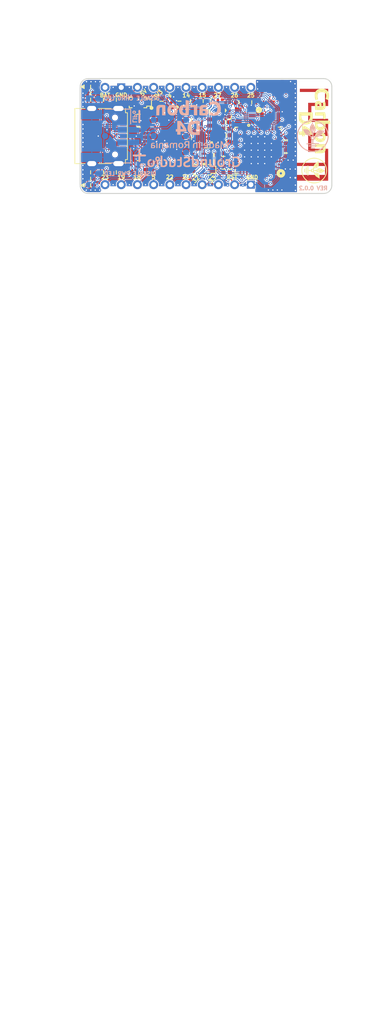
<source format=kicad_pcb>
(kicad_pcb (version 20211014) (generator pcbnew)
  (title_block (title "Carbon D4") (date "2021-12-08") (rev "0.0.2") (company "GroundStudio.ro") (comment 1 "Layout: Victor") (comment 2 "PCB thickness: 1.6mm") (comment 3 "PCB Prepreg type: 7628"))
  (layers (0 "F.Cu" signal "TOP") (1 "In1.Cu" power "GND") (2 "In2.Cu" signal "POWER") (31 "B.Cu" signal "BOTTOM") (34 "B.Paste" user) (35 "F.Paste" user) (36 "B.SilkS" user "B.Silkscreen") (37 "F.SilkS" user "F.Silkscreen") (38 "B.Mask" user) (39 "F.Mask" user) (44 "Edge.Cuts" user))
  (net 0 "")
  (net 1 "Feed")
  (net 2 "GND")
  (net 3 "EN")
  (net 4 "VBUS")
  (net 5 "+3V3")
  (net 6 "VDDSDIO")
  (net 7 "USB")
  (net 8 "+BAT")
  (net 9 "Net-(C10-Pad2)")
  (net 10 "VBUS1*2")
  (net 11 "Net-(D2-Pad1)")
  (net 12 "GPIO11")
  (net 13 "CLK")
  (net 14 "GPIO8")
  (net 15 "GPIO7")
  (net 16 "GPIO17")
  (net 17 "GPIO10")
  (net 18 "Net-(IC2-Pad5)")
  (net 19 "~{CHRG}")
  (net 20 "GPIO25")
  (net 21 "GPIO26")
  (net 22 "GPIO27")
  (net 23 "GPIO15")
  (net 24 "GPIO14")
  (net 25 "GPIO4")
  (net 26 "GPIO33")
  (net 27 "GPIO32")
  (net 28 "GPIO21")
  (net 29 "GPIO22")
  (net 30 "GPIO5")
  (net 31 "GPIO18")
  (net 32 "GPIO23")
  (net 33 "GPIO19")
  (net 34 "Net-(J3-Pad2)")
  (net 35 "Net-(J4-Pad1)")
  (net 36 "Net-(LED1-Pad3)")
  (net 37 "GPIO2")
  (net 38 "Net-(LED1-Pad2)")
  (net 39 "Net-(LED2-Pad1)")
  (net 40 "RTS")
  (net 41 "DTR")
  (net 42 "GPIO0")
  (net 43 "GPIO9")
  (net 44 "Net-(R6-Pad1)")
  (net 45 "Net-(R7-Pad1)")
  (net 46 "GPIO12")
  (net 47 "VDET_2")
  (net 48 "CH340C_RX")
  (net 49 "CH340C_TX")
  (net 50 "GPIO13")
  (net 51 "GPIO16")
  (net 52 "Net-(U1-Pad44)")
  (net 53 "Net-(U1-Pad45)")
  (net 54 "Net-(U1-Pad47)")
  (net 55 "Net-(U1-Pad48)")
  (net 56 "SENS_VP")
  (net 57 "SENS_CAPP")
  (net 58 "SENS_CAPN")
  (net 59 "SENS_VN")
  (net 60 "Net-(U2-Pad15)")
  (net 61 "Net-(U2-Pad12)")
  (net 62 "Net-(U2-Pad11)")
  (net 63 "Net-(U2-Pad10)")
  (net 64 "Net-(U2-Pad9)")
  (net 65 "Net-(U2-Pad8)")
  (net 66 "Net-(U2-Pad7)")
  (net 67 "D-")
  (net 68 "D+")
  (net 69 "Net-(USB1-PadB8)")
  (net 70 "Net-(USB1-PadA8)")
  (net 71 "TX_ESP32")
  (net 72 "RX_ESP32")
  (footprint "GS_Local:C_0402_alt" (layer "F.Cu") (at 52.18814 54.47806 90)
    (fp_text reference "C1")
    (fp_text value "C_0402_1uF_10V")
  )
  (footprint "GS_Local:C_0402_alt" (layer "F.Cu") (at 42.45486 43.838 -90)
    (fp_text reference "C2")
    (fp_text value "C_0402_1uF_10V")
  )
  (footprint "GS_Local:C_0402_alt" (layer "F.Cu") (at 45.27426 43.82262 90)
    (fp_text reference "C3")
    (fp_text value "C_0402_1uF_10V")
  )
  (footprint "GS_Local:C_0402_alt" (layer "F.Cu") (at 56.6203 43.99534 180)
    (fp_text reference "C4")
    (fp_text value "C_0402_100nF_16V")
  )
  (footprint "GS_Local:C_0402_alt" (layer "F.Cu") (at 54.6113 43.99534)
    (fp_text reference "C8")
    (fp_text value "C_0402_1uF_10V")
  )
  (footprint "GS_Local:C_0402_alt" (layer "F.Cu") (at 37.40026 54.9656 180)
    (fp_text reference "C9")
    (fp_text value "C_0402_10uF_10V")
  )
  (footprint "GS_Local:C_0402_alt" (layer "F.Cu") (at 38.88362 47.87138 -90)
    (fp_text reference "C10")
    (fp_text value "C_0402_10nF_50V")
  )
  (footprint "GS_Local:SOD-123" (layer "F.Cu") (at 38.77186 44.04106 180)
    (fp_text reference "CR1")
    (fp_text value "SOD-123 B0520LW")
  )
  (footprint "GS_Local:SOD-123" (layer "F.Cu") (at 48.87344 54.56682 180)
    (fp_text reference "D1")
    (fp_text value "SOD-123 B0520LW")
  )
  (footprint "GS_Local:LED_0402_alt" (layer "F.Cu") (at 31.3449 41.56202)
    (fp_text reference "D2")
    (fp_text value "LED_0402_GREEN")
  )
  (footprint "GS_Local:SOT-23-5" (layer "F.Cu") (at 55.59682 46.08322 180)
    (fp_text reference "IC2")
    (fp_text value "SOT23-5 BRCL4054CME")
  )
  (footprint "GS_Local:LED_0402_alt" (layer "F.Cu") (at 31.3449 57.00522)
    (fp_text reference "LED2")
    (fp_text value "LED_0402_RED")
  )
  (footprint "GS_Local:SOT-883" (layer "F.Cu") (at 50.95878 43.8531)
    (fp_text reference "Q2")
    (fp_text value "SOT-883 LP0404N3T5G")
  )
  (footprint "GS_Local:R_0402_alt" (layer "F.Cu") (at 52.59962 48.14062)
    (fp_text reference "R1")
    (fp_text value "R_0402_3.3k")
  )
  (footprint "GS_Local:R_0402_alt" (layer "F.Cu") (at 49.00284 43.78706)
    (fp_text reference "R2")
    (fp_text value "R_0402_3.3k")
  )
  (footprint "GS_Local:R_0402_alt" (layer "F.Cu") (at 52.18306 52.47118 90)
    (fp_text reference "R4")
    (fp_text value "R_0402_alt 0402WGJ0103TCE")
  )
  (footprint "GS_Local:R_0402_alt" (layer "F.Cu") (at 33.36674 43.59402)
    (fp_text reference "R5")
    (fp_text value "R_0402_2k")
  )
  (footprint "GS_Local:R_0402_alt" (layer "F.Cu") (at 31.3449 54.97322 180)
    (fp_text reference "R6")
    (fp_text value "R_0402_5.1k")
  )
  (footprint "GS_Local:R_0402_alt" (layer "F.Cu") (at 31.3449 43.59402 180)
    (fp_text reference "R7")
    (fp_text value "R_0402_5.1k")
  )
  (footprint "GS_Local:R_0402_alt" (layer "F.Cu") (at 52.59962 50.16246)
    (fp_text reference "R8")
    (fp_text value "R_0402_820k")
  )
  (footprint "GS_Local:R_0402_alt" (layer "F.Cu") (at 38.88362 45.86746 90)
    (fp_text reference "R10")
    (fp_text value "R_0402_100k")
  )
  (footprint "GS_Local:R_0402_alt" (layer "F.Cu") (at 35.3835 54.9656)
    (fp_text reference "R11")
    (fp_text value "R_0402_442k")
  )
  (footprint "GS_Local:R_0402_alt" (layer "F.Cu") (at 31.3449 42.57802 180)
    (fp_text reference "R12")
    (fp_text value "R_0402_1k")
  )
  (footprint "GS_Local:R_0402_alt" (layer "F.Cu") (at 33.38198 54.9656)
    (fp_text reference "R13")
    (fp_text value "R_0402_160k")
  )
  (footprint "GS_Local:R_0402_alt" (layer "F.Cu") (at 52.59962 49.15662)
    (fp_text reference "R14")
    (fp_text value "R_0402_3.3k")
  )
  (footprint "GS_Local:R_0402_alt" (layer "F.Cu") (at 31.3449 55.98922)
    (fp_text reference "R15")
    (fp_text value "R_0402_1k")
  )
  (footprint "GS_Local:R_0402_alt" (layer "F.Cu") (at 50.66922 53.2511)
    (fp_text reference "R16")
    (fp_text value "R_0402_1k")
  )
  (footprint "GS_Local:R_0402_alt" (layer "F.Cu") (at 50.66922 52.24526)
    (fp_text reference "R17")
    (fp_text value "R_0402_1k")
  )
  (footprint "GS_Local:FBP1-1-4" (layer "F.Cu") (at 43.85948 44.17822 180)
    (fp_text reference "REG1")
    (fp_text value "FBP1-1-4_ME6211C33U4AG-N")
  )
  (footprint "GS_Local:TestPoint" (layer "F.Cu") (at 33.61058 49.28362)
    (fp_text reference "TP1")
    (fp_text value "TP_USB_VCC")
  )
  (footprint "GS_Local:TestPoint" (layer "F.Cu") (at 46.31058 49.28362)
    (fp_text reference "TP2")
    (fp_text value "TP_DTR")
  )
  (footprint "GS_Local:TestPoint" (layer "F.Cu") (at 41.23058 46.74362)
    (fp_text reference "TP3")
    (fp_text value "TP_TX")
  )
  (footprint "GS_Local:TestPoint" (layer "F.Cu") (at 46.31058 46.74362)
    (fp_text reference "TP4")
    (fp_text value "TP_RTS")
  )
  (footprint "GS_Local:TestPoint" (layer "F.Cu") (at 31.07058 56.90362)
    (fp_text reference "TP5")
    (fp_text value "TP_ONL")
  )
  (footprint "GS_Local:TestPoint" (layer "F.Cu") (at 41.23058 49.28362)
    (fp_text reference "TP6")
    (fp_text value "TP_RX")
  )
  (footprint "GS_Local:USB_C_C167321" (layer "F.Cu") (at 32.57358 49.28362 -90)
    (fp_text reference "USB1")
    (fp_text value "USB_C_C167321 C167321")
  )
  (footprint "GS_Local:TS342A2P-WZ" (layer "F.Cu") (at 60.2628 57.0103 180)
    (fp_text reference "SW1")
    (fp_text value "TS342A2P-WZ")
  )
  (footprint "GS_Local:Texas_SWRA117D_2.4GHz_Left" (layer "F.Cu") (at 63.45558 53.72862 -90)
    (fp_text reference "A1")
    (fp_text value "SWRA117D_2.4GHz")
  )
  (footprint "GS_Local:QFN-48-1EP_7x7mm_P0.5mm_EP4.5x4.5mm" (layer "F.Cu") (at 57.5958 51.50104 180)
    (fp_text reference "U1")
    (fp_text value "QFN-48-7x7 ESP32-D4")
  )
  (footprint "GS_Local:C_0402_alt" (layer "F.Cu") (at 61.97476 49.94656 90)
    (fp_text reference "C7")
    (fp_text value "C_0402_1uF_10V")
  )
  (footprint "GS_Local:C_0402_alt" (layer "F.Cu") (at 61.97476 51.9557 90)
    (fp_text reference "C5")
    (fp_text value "C_0402_100nF_16V")
  )
  (footprint "GS_Local:C_0402_alt" (layer "F.Cu") (at 53.19398 54.47538 90)
    (fp_text reference "C6")
    (fp_text value "C_0402_10uF_10V")
  )
  (footprint "GS_Local:SH__1x04_P1.00mm_Vertical" (layer "F.Cu") (at 48.24098 48.19142 -90)
    (fp_text reference "X1")
    (fp_text value "SH__1x04_Vertical C145961")
  )
  (footprint "GS_Local:SOIC-8_3.9x4.9mm_P1.27mm" (layer "F.Cu") (at 60.12056 44.05122 90)
    (fp_text reference "IC1")
    (fp_text value "SOIC-8_3.9x4.9 LY68L6400SLIT")
  )
  (footprint "GS_Local:C_0402_alt" (layer "F.Cu") (at 46.99384 43.78706)
    (fp_text reference "C11")
    (fp_text value "C_0402_100nF_16V")
  )
  (footprint "GS_Local:SOT-363" (layer "F.Cu") (at 48.16478 52.71262 90)
    (fp_text reference "Q1")
    (fp_text value "SOT-363 MUN5214DW1T1G")
  )
  (footprint "GS_Local:R_0402_alt" (layer "F.Cu") (at 52.59962 47.12462)
    (fp_text reference "R9")
    (fp_text value "R_0402_2k")
  )
  (footprint "GS_Local:SOT-723" (layer "F.Cu") (at 52.57168 43.98264)
    (fp_text reference "T1")
    (fp_text value "SOT-723_DTA143ZMT2L")
  )
  (footprint "GS_Local:R_0402_alt" (layer "F.Cu") (at 35.3835 43.59402)
    (fp_text reference "R3")
    (fp_text value "R_0402_3.3k")
  )
  (footprint "GS_Local:SOP-16_150MIL" (layer "F.Cu") (at 43.09494 50.11166 -90)
    (fp_text reference "U2")
    (fp_text value "SOP-16_150MIL CH340C")
  )
  (footprint "GS_Local:SK6805-EC15" (layer "F.Cu") (at 52.5539 45.76318 90)
    (fp_text reference "LED1")
    (fp_text value "SK6805-EC15 DY-S1515065")
  )
  (footprint "GS_Branding:GS_Carbon_10.4x2.6" (layer "F.Cu") (at 67.72532 46.92904 -90)
    (fp_text reference "G***")
    (fp_text value "LOGO")
  )
  (footprint "GS_Local:TestPoint" (layer "F.Cu") (at 46.31058 51.82362)
    (fp_text reference "TP7")
    (fp_text value "IO0")
  )
  (footprint "GS_Branding:GS_D4_3.9x2.3" (layer "F.Cu") (at 65.09388 47.42688 -90)
    (fp_text reference "G***")
    (fp_text value "LOGO")
  )
  (footprint "GS_Branding:GS_Logo2_4x4" (layer "F.Cu") (at 66.4096 54.69382 -90)
    (fp_text reference "G***")
    (fp_text value "LOGO")
  )
  (footprint "GS_Local:C_0402_alt" (layer "F.Cu") (at 38.876 53.1368 90)
    (fp_text reference "C12")
    (fp_text value "C_0402_100nF_16V")
  )
  (footprint "GS_Local:PinHeader_1x10_P2.54mm_Vertical_Male" (layer "B.Cu") (at 33.61058 41.66362 -90)
    (fp_text reference "J1")
    (fp_text value "PinHeader_1x10_P2.54_V_M C57369")
  )
  (footprint "GS_Local:PinHeader_1x10_P2.54mm_Vertical_Male" (layer "B.Cu") (at 33.61058 56.90362 -90)
    (fp_text reference "J2")
    (fp_text value "PinHeader_1x10_P2.54_V_M C57369")
  )
  (footprint "GS_Local:SolderJumper_NC" (layer "B.Cu") (at 31.95958 43.41622 180)
    (fp_text reference "J3")
    (fp_text value "disable CHARGING LED")
  )
  (footprint "GS_Local:SolderJumper_NC" (layer "B.Cu") (at 31.95958 55.15102 180)
    (fp_text reference "J4")
    (fp_text value "PWR LED DISABLE")
  )
  (footprint "GS_Local:PH__1x02_P2.00mm_Horizontal" (layer "B.Cu") (at 37.27958 49.28362 90)
    (fp_text reference "X2")
    (fp_text value "PH__1x02_P2.00mm_Horizontal C47647")
  )
  (footprint "GS_Branding:GS_.ro_1.2x0.6" (layer "B.Cu") (at 39.66718 53.87086 180)
    (fp_text reference "G***")
    (fp_text value "LOGO")
  )
  (footprint "GS_Branding:Made in Romania 12.1x1.3mm" (layer "B.Cu") (at 46.82874 50.59934 180)
    (fp_text reference "G***")
    (fp_text value "LOGO")
  )
  (footprint "GS_Branding:GS_Logo2_5x5" (layer "B.Cu") (at 66.18608 49.28362 180)
    (fp_text reference "G***")
    (fp_text value "LOGO")
  )
  (footprint "GS_Branding:GS_GroundStudio_14.6x1.8" (layer "B.Cu") (at 47.55388 53.24856 180)
    (fp_text reference "G***")
    (fp_text value "LOGO")
  )
  (footprint "GS_Branding:GS_Carbon_10.4x2.6" (layer "B.Cu") (at 46.69412 44.86656 180)
    (fp_text reference "G***")
    (fp_text value "LOGO")
  )
  (footprint "GS_Branding:GS_D4_3.9x2.3" (layer "B.Cu") (at 46.60522 48.00854 180)
    (fp_text reference "G***")
    (fp_text value "LOGO")
  )
  (gr_line (start 29.71162 57.01362) (end 29.71162 41.55362) (layer "Edge.Cuts") (width 0.1524))
  (gr_arc (start 30.98162 58.28362) (mid 30.083594 57.911646) (end 29.71162 57.01362) (layer "Edge.Cuts") (width 0.1524))
  (gr_arc (start 29.71162 41.55362) (mid 30.083594 40.655594) (end 30.98162 40.28362) (layer "Edge.Cuts") (width 0.1524))
  (gr_line (start 67.9056 58.28284) (end 30.98162 58.28362) (layer "Edge.Cuts") (width 0.1524))
  (gr_line (start 30.98162 40.28362) (end 67.9056 40.28284) (layer "Edge.Cuts") (width 0.1524))
  (gr_arc (start 67.9056 40.28284) (mid 68.803626 40.654814) (end 69.1756 41.55284) (layer "Edge.Cuts") (width 0.1524))
  (gr_line (start 69.1756 41.55284) (end 69.1756 57.01284) (layer "Edge.Cuts") (width 0.1524))
  (gr_arc (start 69.1756 57.01284) (mid 68.803626 57.910866) (end 67.9056 58.28284) (layer "Edge.Cuts") (width 0.1524))
  (gr_text "REV 0.0.2" (at 66.25974 57.45734) (layer "B.SilkS") (effects (font (size 0.6096 0.6096) (thickness 0.1524)) (justify mirror)))
  (gr_text "DISABLE CHRG LED" (at 37.81428 43.37812) (layer "B.SilkS") (effects (font (size 0.6096 0.6096) (thickness 0.1524)) (justify mirror)))
  (gr_text "DISABLE PWR LED" (at 37.56028 55.18912) (layer "B.SilkS") (effects (font (size 0.6096 0.6096) (thickness 0.1524)) (justify mirror)))
  (gr_text "LiPo" (at 38.24608 46.24578 -90) (layer "B.SilkS") (effects (font (size 0.6096 0.6096) (thickness 0.1524)) (justify mirror)))
  (gr_text "19" (at 36.15312 55.74284) (layer "F.SilkS") (effects (font (size 0.6096 0.6096) (thickness 0.1524))))
  (gr_text "18" (at 38.64232 55.71744) (layer "F.SilkS") (effects (font (size 0.6096 0.6096) (thickness 0.1524))))
  (gr_text "5" (at 41.20772 55.70474) (layer "F.SilkS") (effects (font (size 0.6096 0.6096) (thickness 0.1524))))
  (gr_text "22" (at 43.75788 55.71744) (layer "F.SilkS") (effects (font (size 0.6096 0.6096) (thickness 0.1524))))
  (gr_text "21" (at 46.31058 55.69204) (layer "F.SilkS") (effects (font (size 0.6096 0.6096) (thickness 0.1524))))
  (gr_text "32" (at 47.8676 56.10098 45) (layer "F.SilkS") (effects (font (size 0.6096 0.6096) (thickness 0.1524))))
  (gr_text "33" (at 50.45332 56.08828 45) (layer "F.SilkS") (effects (font (size 0.6096 0.6096) (thickness 0.1524))))
  (gr_text "RST" (at 53.52926 55.70474) (layer "F.SilkS") (effects (font (size 0.6096 0.6096) (thickness 0.1524))))
  (gr_text "GND" (at 56.67378 55.76062) (layer "F.SilkS") (effects (font (size 0.6096 0.6096) (thickness 0.1524))))
  (gr_text "BAT" (at 33.60804 42.89298) (layer "F.SilkS") (effects (font (size 0.6096 0.6096) (thickness 0.1524))))
  (gr_text "GND" (at 36.15058 42.8625) (layer "F.SilkS") (effects (font (size 0.6096 0.6096) (thickness 0.1524))))
  (gr_text "5V" (at 39.66086 42.4815 45) (layer "F.SilkS") (effects (font (size 0.6096 0.6096) (thickness 0.1524))))
  (gr_text "4" (at 43.77312 42.96664) (layer "F.SilkS") (effects (font (size 0.6096 0.6096) (thickness 0.1524))))
  (gr_text "14" (at 46.34614 42.926) (layer "F.SilkS") (effects (font (size 0.6096 0.6096) (thickness 0.1524))))
  (gr_text "15" (at 48.87598 42.90568) (layer "F.SilkS") (effects (font (size 0.6096 0.6096) (thickness 0.1524))))
  (gr_text "27" (at 51.25088 42.91584) (layer "F.SilkS") (effects (font (size 0.6096 0.6096) (thickness 0.1524))))
  (gr_text "25" (at 56.46804 42.91584) (layer "F.SilkS") (effects (font (size 0.6096 0.6096) (thickness 0.1524))))
  (gr_text "3V3" (at 41.9113 42.79646 45) (layer "F.SilkS") (effects (font (size 0.6096 0.6096) (thickness 0.1524))))
  (gr_text "26" (at 53.90518 42.91584) (layer "F.SilkS") (effects (font (size 0.6096 0.6096) (thickness 0.1524))))
  (gr_text "23" (at 33.60296 55.75554) (layer "F.SilkS") (effects (font (size 0.6096 0.6096) (thickness 0.1524))))
  (segment (start 61.02692 53.74516) (end 61.02656 53.74552) (width 0.2) (layer "F.Cu") (net 1))
  (segment (start 61.51338 53.74516) (end 61.02692 53.74516) (width 0.2) (layer "F.Cu") (net 1))
  (segment (start 61.636307 53.90092) (end 61.33812 53.75278) (width 0.127) (layer "F.Cu") (net 1))
  (segment (start 61.3559 53.73246) (end 61.63388 53.58874) (width 0.127) (layer "F.Cu") (net 1))
  (segment (start 62.932645 53.730181) (end 62.327515 53.730181) (width 0.5) (layer "F.Cu") (net 1))
  (segment (start 62.325954 53.72862) (end 61.72758 53.72862) (width 0.5) (layer "F.Cu") (net 1))
  (segment (start 62.327515 53.730181) (end 62.325954 53.72862) (width 0.5) (layer "F.Cu") (net 1))
  (segment (start 63.45558 53.72862) (end 62.934206 53.72862) (width 0.5) (layer "F.Cu") (net 1))
  (segment (start 62.934206 53.72862) (end 62.932645 53.730181) (width 0.5) (layer "F.Cu") (net 1))
  (segment (start 44.27858 43.75912) (end 44.20948 43.82822) (width 0.2) (layer "F.Cu") (net 2))
  (segment (start 52.11462 49.13108) (end 52.47516 48.77054) (width 0.2) (layer "F.Cu") (net 2))
  (segment (start 51.79952 54.38902) (end 51.79218 54.38902) (width 0.2) (layer "F.Cu") (net 2))
  (segment (start 44.82468 43.75912) (end 44.27858 43.75912) (width 0.2) (layer "F.Cu") (net 2))
  (segment (start 52.17008 53.99306) (end 51.80206 54.36108) (width 0.2) (layer "F.Cu") (net 2))
  (segment (start 52.11462 49.15662) (end 52.11462 49.13108) (width 0.2) (layer "F.Cu") (net 2))
  (segment (start 44.36748 43.67022) (end 44.36748 43.14952) (width 0.2) (layer "F.Cu") (net 2))
  (segment (start 52.18814 53.99306) (end 52.17008 53.99306) (width 0.2) (layer "F.Cu") (net 2))
  (segment (start 43.85948 44.17822) (end 44.36748 43.67022) (width 0.4) (layer "F.Cu") (net 2))
  (segment (start 63.35398 54.54142) (end 63.35398 57.04792) (width 0.7) (layer "F.Cu") (net 2))
  (segment (start 63.45002 56.9641) (end 63.45812 56.9722) (width 0.2) (layer "F.Cu") (net 2))
  (segment (start 62.69354 57.19572) (end 62.50812 57.0103) (width 0.2) (layer "F.Cu") (net 2))
  (segment (start 52.0789 46.23818) (end 52.405725 45.911355) (width 0.2) (layer "F.Cu") (net 2))
  (segment (start 52.405725 45.911355) (end 52.405725 45.91135) (width 0.2) (layer "F.Cu") (net 2))
  (via (at 37.42058 56.90362) (size 0.45) (drill 0.2) (layers "F.Cu" "B.Cu") (net 2))
  (via (at 39.96058 56.90362) (size 0.45) (drill 0.2) (layers "F.Cu" "B.Cu") (net 2))
  (via (at 42.50058 56.90362) (size 0.45) (drill 0.2) (layers "F.Cu" "B.Cu") (net 2))
  (via (at 45.04058 56.90362) (size 0.45) (drill 0.2) (layers "F.Cu" "B.Cu") (net 2))
  (via (at 47.58058 56.90362) (size 0.45) (drill 0.2) (layers "F.Cu" "B.Cu") (net 2))
  (via (at 50.12058 56.90362) (size 0.45) (drill 0.2) (layers "F.Cu" "B.Cu") (net 2))
  (via (at 52.83076 56.98744) (size 0.45) (drill 0.2) (layers "F.Cu" "B.Cu") (net 2))
  (via (at 34.88312 41.66616) (size 0.45) (drill 0.2) (layers "F.Cu" "B.Cu") (net 2))
  (via (at 37.42312 41.66616) (size 0.45) (drill 0.2) (layers "F.Cu" "B.Cu") (net 2))
  (via (at 39.96312 41.66616) (size 0.45) (drill 0.2) (layers "F.Cu" "B.Cu") (net 2))
  (via (at 42.50312 41.66616) (size 0.45) (drill 0.2) (layers "F.Cu" "B.Cu") (net 2))
  (via (at 45.04312 41.66616) (size 0.45) (drill 0.2) (layers "F.Cu" "B.Cu") (net 2))
  (via (at 47.58312 41.66616) (size 0.45) (drill 0.2) (layers "F.Cu" "B.Cu") (net 2))
  (via (at 50.12312 41.66616) (size 0.45) (drill 0.2) (layers "F.Cu" "B.Cu") (net 2))
  (via (at 52.66312 41.66616) (size 0.45) (drill 0.2) (layers "F.Cu" "B.Cu") (net 2))
  (via (at 55.20312 41.66616) (size 0.45) (drill 0.2) (layers "F.Cu" "B.Cu") (net 2))
  (via (at 30.15364 42.57802) (size 0.45) (drill 0.2) (layers "F.Cu" "B.Cu") (net 2))
  (via (at 30.15364 43.27802) (size 0.45) (drill 0.2) (layers "F.Cu" "B.Cu") (net 2))
  (via (at 30.15364 43.97802) (size 0.45) (drill 0.2) (layers "F.Cu" "B.Cu") (net 2))
  (via (at 30.15364 44.67802) (size 0.45) (drill 0.2) (layers "F.Cu" "B.Cu") (net 2))
  (via (at 30.15364 47.47802) (size 0.45) (drill 0.2) (layers "F.Cu" "B.Cu") (net 2))
  (via (at 30.15364 48.17802) (size 0.45) (drill 0.2) (layers "F.Cu" "B.Cu") (net 2))
  (via (at 30.15364 48.87802) (size 0.45) (drill 0.2) (layers "F.Cu" "B.Cu") (net 2))
  (via (at 30.15364 49.57802) (size 0.45) (drill 0.2) (layers "F.Cu" "B.Cu") (net 2))
  (via (at 30.15364 50.27802) (size 0.45) (drill 0.2) (layers "F.Cu" "B.Cu") (net 2))
  (via (at 30.15364 50.97802) (size 0.45) (drill 0.2) (layers "F.Cu" "B.Cu") (net 2))
  (via (at 30.1384 53.8847) (size 0.45) (drill 0.2) (layers "F.Cu" "B.Cu") (net 2))
  (via (at 30.1384 54.5847) (size 0.45) (drill 0.2) (layers "F.Cu" "B.Cu") (net 2))
  (via (at 30.1384 55.2847) (size 0.45) (drill 0.2) (layers "F.Cu" "B.Cu") (net 2))
  (via (at 30.1384 55.9847) (size 0.45) (drill 0.2) (layers "F.Cu" "B.Cu") (net 2))
  (via (at 44.36748 43.14952) (size 0.45) (drill 0.2) (layers "F.Cu" "B.Cu") (net 2))
  (via (at 44.81198 43.7388) (size 0.45) (drill 0.2) (layers "F.Cu" "B.Cu") (net 2))
  (via (at 63.4505 51.6846) (size 0.45) (drill 0.2) (layers "F.Cu" "B.Cu") (net 2))
  (via (at 63.4505 48.8846) (size 0.45) (drill 0.2) (layers "F.Cu" "B.Cu") (net 2))
  (via (at 63.4505 43.2846) (size 0.45) (drill 0.2) (layers "F.Cu" "B.Cu") (net 2))
  (via (at 63.4505 52.3846) (size 0.45) (drill 0.2) (layers "F.Cu" "B.Cu") (net 2))
  (via (at 63.4505 49.5846) (size 0.45) (drill 0.2) (layers "F.Cu" "B.Cu") (net 2))
  (via (at 63.4505 45.3846) (size 0.45) (drill 0.2) (layers "F.Cu" "B.Cu") (net 2))
  (via (at 63.4505 50.9846) (size 0.45) (drill 0.2) (layers "F.Cu" "B.Cu") (net 2))
  (via (at 63.4505 50.2846) (size 0.45) (drill 0.2) (layers "F.Cu" "B.Cu") (net 2))
  (via (at 63.4505 46.0846) (size 0.45) (drill 0.2) (layers "F.Cu" "B.Cu") (net 2))
  (via (at 63.4505 43.9846) (size 0.45) (drill 0.2) (layers "F.Cu" "B.Cu") (net 2))
  (via (at 63.4505 48.1846) (size 0.45) (drill 0.2) (layers "F.Cu" "B.Cu") (net 2))
  (via (at 63.4505 46.7846) (size 0.45) (drill 0.2) (layers "F.Cu" "B.Cu") (net 2))
  (via (at 63.4505 47.4846) (size 0.45) (drill 0.2) (layers "F.Cu" "B.Cu") (net 2))
  (via (at 63.4505 44.6846) (size 0.45) (drill 0.2) (layers "F.Cu" "B.Cu") (net 2))
  (via (at 61.88586 54.44744) (size 0.45) (drill 0.2) (layers "F.Cu" "B.Cu") (net 2))
  (via (at 62.70374 40.74922) (size 0.45) (drill 0.2) (layers "F.Cu" "B.Cu") (net 2))
  (via (at 57.52214 40.79748) (size 0.45) (drill 0.2) (layers "F.Cu" "B.Cu") (net 2))
  (via (at 30.67294 57.75452) (size 0.45) (drill 0.2) (layers "F.Cu" "B.Cu") (net 2))
  (via (at 31.37294 57.75452) (size 0.45) (drill 0.2) (layers "F.Cu" "B.Cu") (net 2))
  (via (at 32.77294 57.75452) (size 0.45) (drill 0.2) (layers "F.Cu" "B.Cu") (net 2))
  (via (at 32.07294 57.75452) (size 0.45) (drill 0.2) (layers "F.Cu" "B.Cu") (net 2))
  (via (at 30.7085 40.767) (size 0.45) (drill 0.2) (layers "F.Cu" "B.Cu") (net 2))
  (via (at 31.4085 40.767) (size 0.45) (drill 0.2) (layers "F.Cu" "B.Cu") (net 2))
  (via (at 32.8085 40.767) (size 0.45) (drill 0.2) (layers "F.Cu" "B.Cu") (net 2))
  (via (at 32.1085 40.767) (size 0.45) (drill 0.2) (layers "F.Cu" "B.Cu") (net 2))
  (via (at 30.17142 41.57218) (size 0.45) (drill 0.2) (layers "F.Cu" "B.Cu") (net 2))
  (via (at 30.21206 56.99506) (size 0.45) (drill 0.2) (layers "F.Cu" "B.Cu") (net 2))
  (via (at 39.2316 46.87316) (size 0.45) (drill 0.2) (layers "F.Cu" "B.Cu") (net 2))
  (via (at 38.51278 49.30394) (size 0.45) (drill 0.2) (layers "F.Cu" "B.Cu") (net 2))
  (via (at 39.45258 50.1269) (size 0.45) (drill 0.2) (layers "F.Cu" "B.Cu") (net 2))
  (via (at 38.09622 51.27498) (size 0.45) (drill 0.2) (layers "F.Cu" "B.Cu") (net 2))
  (via (at 45.95244 44.43984) (size 0.45) (drill 0.2) (layers "F.Cu" "B.Cu") (net 2))
  (via (at 47.98698 44.38142) (size 0.45) (drill 0.2) (layers "F.Cu" "B.Cu") (net 2))
  (via (at 44.85008 51.37912) (size 0.45) (drill 0.2) (layers "F.Cu" "B.Cu") (net 2))
  (via (at 52.47516 48.77054) (size 0.45) (drill 0.2) (layers "F.Cu" "B.Cu") (net 2))
  (via (at 55.23106 56.98998) (size 0.45) (drill 0.2) (layers "F.Cu" "B.Cu") (net 2))
  (via (at 59.2257 57.73674) (size 0.45) (drill 0.2) (layers "F.Cu" "B.Cu") (net 2))
  (via (at 59.9307 57.73674) (size 0.45) (drill 0.2) (layers "F.Cu" "B.Cu") (net 2))
  (via (at 60.6357 57.73674) (size 0.45) (drill 0.2) (layers "F.Cu" "B.Cu") (net 2))
  (via (at 61.3407 57.73674) (size 0.45) (drill 0.2) (layers "F.Cu" "B.Cu") (net 2))
  (via (at 38.18512 44.56938) (size 0.45) (drill 0.2) (layers "F.Cu" "B.Cu") (net 2))
  (via (at 38.85314 43.55846) (size 0.45) (drill 0.2) (layers "F.Cu" "B.Cu") (net 2))
  (via (at 44.1338 55.8038) (size 0.45) (drill 0.2) (layers "F.Cu" "B.Cu") (net 2))
  (via (at 61.39818 45.4787) (size 0.45) (drill 0.2) (layers "F.Cu" "B.Cu") (net 2))
  (via (at 42.96286 45.65142) (size 0.45) (drill 0.2) (layers "F.Cu" "B.Cu") (net 2))
  (via (at 51.75888 54.38394) (size 0.45) (drill 0.2) (layers "F.Cu" "B.Cu") (net 2))
  (via (at 62.64342 54.46268) (size 0.45) (drill 0.2) (layers "F.Cu" "B.Cu") (net 2))
  (via (at 63.45002 54.4576) (size 0.45) (drill 0.2) (layers "F.Cu" "B.Cu") (net 2))
  (via (at 63.12538 53.05806) (size 0.45) (drill 0.2) (layers "F.Cu" "B.Cu") (net 2))
  (via (at 62.31766 53.06314) (size 0.45) (drill 0.2) (layers "F.Cu" "B.Cu") (net 2))
  (via (at 63.45812 56.9722) (size 0.45) (drill 0.2) (layers "F.Cu" "B.Cu") (net 2))
  (via (at 63.4632 57.80786) (size 0.45) (drill 0.2) (layers "F.Cu" "B.Cu") (net 2))
  (via (at 63.387 41.09212) (size 0.45) (drill 0.2) (layers "F.Cu" "B.Cu") (net 2))
  (via (at 63.45304 41.870001) (size 0.45) (drill 0.2) (layers "F.Cu" "B.Cu") (net 2))
  (via (at 63.45304 42.575) (size 0.45) (drill 0.2) (layers "F.Cu" "B.Cu") (net 2))
  (via (at 57.52976 41.90746) (size 0.45) (drill 0.2) (layers "F.Cu" "B.Cu") (net 2))
  (via (at 43.62072 46.80204) (size 0.45) (drill 0.2) (layers "F.Cu" "B.Cu") (net 2))
  (via (at 42.9654 49.99228) (size 0.45) (drill 0.2) (layers "F.Cu" "B.Cu") (net 2))
  (via (at 41.65222 50.1904) (size 0.45) (drill 0.2) (layers "F.Cu" "B.Cu") (net 2))
  (via (at 43.16352 53.51272) (size 0.45) (drill 0.2) (layers "F.Cu" "B.Cu") (net 2))
  (via (at 33.92808 50.40884) (size 0.45) (drill 0.2) (layers "F.Cu" "B.Cu") (net 2))
  (via (at 33.9103 48.2981) (size 0.45) (drill 0.2) (layers "F.Cu" "B.Cu") (net 2))
  (via (at 32.54632 49.28616) (size 0.45) (drill 0.2) (layers "F.Cu" "B.Cu") (net 2))
  (via (at 48.31972 47.51324) (size 0.45) (drill 0.2) (layers "F.Cu" "B.Cu") (net 2))
  (via (at 47.53486 50.05832) (size 0.45) (drill 0.2) (layers "F.Cu" "B.Cu") (net 2))
  (via (at 62.66056 55.78856) (size 0.45) (drill 0.2) (layers "F.Cu" "B.Cu") (net 2))
  (via (at 56.54678 44.45508) (size 0.45) (drill 0.2) (layers "F.Cu" "B.Cu") (net 2))
  (via (at 34.88058 56.90362) (size 0.45) (drill 0.2) (layers "F.Cu" "B.Cu") (net 2))
  (via (at 52.405725 45.91135) (size 0.45) (drill 0.2) (layers "F.Cu" "B.Cu") (net 2))
  (via (at 51.33978 50.24882) (size 0.45) (drill 0.2) (layers "F.Cu" "B.Cu") (net 2))
  (via (at 39.22398 52.0827) (size 0.45) (drill 0.2) (layers "F.Cu" "B.Cu") (net 2))
  (via (at 57.59834 45.3898) (size 0.45) (drill 0.2) (layers "F.Cu" "B.Cu") (net 2))
  (segment (start 49.69386 50.9143) (end 49.11478 51.49338) (width 0.127) (layer "F.Cu") (net 3))
  (segment (start 52.18814 54.96306) (end 51.554224 54.96306) (width 0.127) (layer "F.Cu") (net 3))
  (segment (start 57.257981 56.078119) (end 55.739061 56.078119) (width 0.127) (layer "F.Cu") (net 3))
  (segment (start 52.18306 53.0225) (end 52.18306 52.95618) (width 0.127) (layer "F.Cu") (net 3))
  (segment (start 51.342951 54.751787) (end 51.342951 53.862609) (width 0.127) (layer "F.Cu") (net 3))
  (segment (start 58.05554 56.875678) (end 57.257981 56.078119) (width 0.127) (layer "F.Cu") (net 3))
  (segment (start 52.19322 54.96306) (end 53.93058 56.70042) (width 0.127) (layer "F.Cu") (net 3))
  (segment (start 61.422924 50.236916) (end 61.473444 50.236916) (width 0.127) (layer "F.Cu") (net 3))
  (segment (start 58.05812 57.0103) (end 58.36292 56.7055) (width 0.127) (layer "F.Cu") (net 3))
  (segment (start 49.11478 51.49338) (end 49.11478 52.06262) (width 0.127) (layer "F.Cu") (net 3))
  (segment (start 51.554224 54.96306) (end 51.342951 54.751787) (width 0.127) (layer "F.Cu") (net 3))
  (segment (start 51.342951 53.862609) (end 52.18306 53.0225) (width 0.127) (layer "F.Cu") (net 3))
  (segment (start 52.18306 52.95618) (end 51.67255 52.44567) (width 0.127) (layer "F.Cu") (net 3))
  (segment (start 51.67255 51.73983) (end 50.84702 50.9143) (width 0.127) (layer "F.Cu") (net 3))
  (segment (start 52.18814 54.96306) (end 52.19322 54.96306) (width 0.127) (layer "F.Cu") (net 3))
  (segment (start 55.739061 56.078119) (end 55.242701 56.574479) (width 0.127) (layer "F.Cu") (net 3))
  (segment (start 61.473444 50.236916) (end 61.62678 50.08358) (width 0.127) (layer "F.Cu") (net 3))
  (segment (start 61.62678 50.08358) (end 61.97476 50.43156) (width 0.127) (layer "F.Cu") (net 3))
  (segment (start 61.031416 50.2539) (end 61.42104 50.2539) (width 0.127) (layer "F.Cu") (net 3))
  (segment (start 53.93058 56.70042) (end 53.93058 56.90362) (width 0.127) (layer "F.Cu") (net 3))
  (segment (start 55.242701 56.574479) (end 55.031619 56.574479) (width 0.127) (layer "F.Cu") (net 3))
  (segment (start 50.84702 50.9143) (end 49.69386 50.9143) (width 0.127) (layer "F.Cu") (net 3))
  (segment (start 58.05554 57.0103) (end 58.05554 56.875678) (width 0.127) (layer "F.Cu") (net 3))
  (segment (start 58.36292 56.7055) (end 59.54144 56.7055) (width 0.127) (layer "F.Cu") (net 3))
  (segment (start 55.031619 56.574479) (end 53.93058 56.90362) (width 0.127) (layer "F.Cu") (net 3))
  (segment (start 51.67255 52.44567) (end 51.67255 51.73983) (width 0.127) (layer "F.Cu") (net 3))
  (via (at 61.63694 50.08626) (size 0.45) (drill 0.2) (layers "F.Cu" "B.Cu") (net 3))
  (via (at 59.54144 56.7055) (size 0.45) (drill 0.2) (layers "F.Cu" "B.Cu") (net 3))
  (segment (start 61.63694 50.08626) (end 61.63694 52.41798) (width 0.127) (layer "B.Cu") (net 3))
  (segment (start 60.53458 53.52034) (end 60.53458 55.92826) (width 0.127) (layer "B.Cu") (net 3))
  (segment (start 60.53458 55.92826) (end 59.75734 56.7055) (width 0.127) (layer "B.Cu") (net 3))
  (segment (start 61.63694 52.41798) (end 60.53458 53.52034) (width 0.127) (layer "B.Cu") (net 3))
  (segment (start 59.75734 56.7055) (end 59.54144 56.7055) (width 0.127) (layer "B.Cu") (net 3))
  (segment (start 50.60878 44.0781) (end 50.177097 44.0781) (width 0.2) (layer "F.Cu") (net 4))
  (segment (start 42.96474 43.82822) (end 42.45486 44.3381) (width 0.2) (layer "F.Cu") (net 4))
  (segment (start 50.177097 44.0781) (end 49.79949 44.455707) (width 0.2) (layer "F.Cu") (net 4))
  (segment (start 43.50948 43.82822) (end 43.35148 43.67022) (width 0.2) (layer "F.Cu") (net 4))
  (segment (start 43.4734 43.79214) (end 43.50948 43.82822) (width 0.2) (layer "F.Cu") (net 4))
  (segment (start 42.64498 44.52822) (end 42.45486 44.3381) (width 0.2) (layer "F.Cu") (net 4))
  (segment (start 43.27473 44.06297) (end 43.50948 43.82822) (width 0.2) (layer "F.Cu") (net 4))
  (segment (start 43.35148 43.67022) (end 43.35148 43.053831) (width 0.2) (layer "F.Cu") (net 4))
  (segment (start 40.6439 44.3381) (end 40.34686 44.04106) (width 0.2) (layer "F.Cu") (net 4))
  (segment (start 43.50948 44.52822) (end 42.64498 44.52822) (width 0.2) (layer "F.Cu") (net 4))
  (segment (start 43.50948 44.52822) (end 43.27473 44.29347) (width 0.2) (layer "F.Cu") (net 4))
  (segment (start 42.45486 44.3381) (end 40.6439 44.3381) (width 0.2) (layer "F.Cu") (net 4))
  (segment (start 43.27473 44.29347) (end 43.27473 44.06297) (width 0.2) (layer "F.Cu") (net 4))
  (segment (start 43.50948 43.82822) (end 42.96474 43.82822) (width 0.2) (layer "F.Cu") (net 4))
  (via (at 49.79949 44.455707) (size 0.45) (drill 0.2) (layers "F.Cu" "B.Cu") (net 4))
  (via (at 43.35148 43.053831) (size 0.45) (drill 0.2) (layers "F.Cu" "B.Cu") (net 4))
  (segment (start 49.332876 44.922321) (end 49.79949 44.455707) (width 0.2) (layer "B.Cu") (net 4))
  (segment (start 45.21997 44.922321) (end 49.332876 44.922321) (width 0.2) (layer "B.Cu") (net 4))
  (segment (start 43.35148 43.053831) (end 45.21997 44.922321) (width 0.2) (layer "B.Cu") (net 4))
  (segment (start 61.0333 53.25104) (end 61.0333 52.75104) (width 0.2) (layer "F.Cu") (net 5))
  (segment (start 61.3733 52.75104) (end 61.68364 52.4407) (width 0.2) (layer "F.Cu") (net 5))
  (segment (start 31.8299 57.00522) (end 32.32788 57.00522) (width 0.2) (layer "F.Cu") (net 5))
  (segment (start 45.87116 43.71072) (end 45.87116 43.54449) (width 0.2) (layer "F.Cu") (net 5))
  (segment (start 32.32788 57.00522) (end 32.34058 56.99252) (width 0.2) (layer "F.Cu") (net 5))
  (segment (start 57.70502 48.69688) (end 57.3458 48.33766) (width 0.2) (layer "F.Cu") (net 5))
  (segment (start 59.6659 54.19344) (end 59.3458 54.51354) (width 0.2) (layer "F.Cu") (net 5))
  (segment (start 51.50234 44.87698) (end 51.50234 45.76064) (width 0.2) (layer "F.Cu") (net 5))
  (segment (start 50.38132 48.66856) (end 49.49028 48.66856) (width 0.2) (layer "F.Cu") (net 5))
  (segment (start 55.30218 54.19344) (end 59.8691 54.19344) (width 0.2) (layer "F.Cu") (net 5))
  (segment (start 48.8201 47.99838) (end 48.8201 46.47946) (width 0.2) (layer "F.Cu") (net 5))
  (segment (start 57.8458 54.48446) (end 57.8458 54.93854) (width 0.2) (layer "F.Cu") (net 5))
  (segment (start 59.3458 54.51354) (end 59.3458 54.93854) (width 0.2) (layer "F.Cu") (net 5))
  (segment (start 53.19398 54.96038) (end 52.825829 54.592229) (width 0.2) (layer "F.Cu") (net 5))
  (segment (start 54.74248 55.0291) (end 54.8458 55.13242) (width 0.2) (layer "F.Cu") (net 5))
  (segment (start 45.87116 43.54449) (end 46.1756 43.24005) (width 0.2) (layer "F.Cu") (net 5))
  (segment (start 60.1866 53.87594) (end 60.5617 54.25104) (width 0.2) (layer "F.Cu") (net 5))
  (segment (start 61.0333 53.25104) (end 60.50162 53.25104) (width 0.2) (layer "F.Cu") (net 5))
  (segment (start 57.3458 48.33766) (end 57.3458 48.06354) (width 0.2) (layer "F.Cu") (net 5))
  (segment (start 44.78202 44.52822) (end 45.00262 44.30762) (width 0.2) (layer "F.Cu") (net 5))
  (segment (start 52.18306 51.98618) (end 52.05098 51.8541) (width 0.2) (layer "F.Cu") (net 5))
  (segment (start 46.1756 43.24005) (end 47.97083 43.24005) (width 0.2) (layer "F.Cu") (net 5))
  (segment (start 59.8691 54.19344) (end 60.1866 53.87594) (width 0.2) (layer "F.Cu") (net 5))
  (segment (start 45.27426 44.88434) (end 45.27426 44.30762) (width 0.2) (layer "F.Cu") (net 5))
  (segment (start 60.5617 54.25104) (end 61.0333 54.25104) (width 0.2) (layer "F.Cu") (net 5))
  (segment (start 61.68364 52.4407) (end 61.97476 52.4407) (width 0.2) (layer "F.Cu") (net 5))
  (segment (start 48.8201 46.47946) (end 48.991869 46.307691) (width 0.2) (layer "F.Cu") (net 5))
  (segment (start 54.8458 55.13242) (end 54.8458 54.93854) (width 0.2) (layer "F.Cu") (net 5))
  (segment (start 48.991869 44.261089) (end 48.51784 43.78706) (width 0.2) (layer "F.Cu") (net 5))
  (segment (start 52.05098 50.2261) (end 52.05098 51.35626) (width 0.2) (layer "F.Cu") (net 5))
  (segment (start 47.97083 43.24005) (end 48.51784 43.78706) (width 0.2) (layer "F.Cu") (net 5))
  (segment (start 52.825829 54.592229) (end 52.81298 54.592229) (width 0.2) (layer "F.Cu") (net 5))
  (segment (start 51.99668 44.38264) (end 51.50234 44.87698) (width 0.2) (layer "F.Cu") (net 5))
  (segment (start 50.82124 48.66856) (end 51.54806 49.39538) (width 0.2) (layer "F.Cu") (net 5))
  (segment (start 48.991869 46.307691) (end 48.991869 44.261089) (width 0.2) (layer "F.Cu") (net 5))
  (segment (start 52.05098 51.8541) (end 52.05098 51.35626) (width 0.2) (layer "F.Cu") (net 5))
  (segment (start 53.2627 55.0291) (end 54.74248 55.0291) (width 0.2) (layer "F.Cu") (net 5))
  (segment (start 45.00262 44.30762) (end 45.30982 44.30762) (width 0.2) (layer "F.Cu") (net 5))
  (segment (start 45.02788 45.13072) (end 45.27426 44.88434) (width 0.2) (layer "F.Cu") (net 5))
  (segment (start 54.8458 54.93854) (end 54.8458 54.64982) (width 0.2) (layer "F.Cu") (net 5))
  (segment (start 51.54806 49.39538) (end 51.54806 49.5959) (width 0.2) (layer "F.Cu") (net 5))
  (segment (start 53.66388 47.56136) (end 53.66388 46.49724) (width 0.2) (layer "F.Cu") (net 5))
  (segment (start 44.20948 44.52822) (end 44.78202 44.52822) (width 0.2) (layer "F.Cu") (net 5))
  (segment (start 61.0333 52.75104) (end 61.3733 52.75104) (width 0.2) (layer "F.Cu") (net 5))
  (segment (start 58.13682 54.19344) (end 57.8458 54.48446) (width 0.2) (layer "F.Cu") (net 5))
  (segment (start 53.19398 54.96038) (end 53.2627 55.0291) (width 0.2) (layer "F.Cu") (net 5))
  (segment (start 49.49028 48.66856) (end 48.8201 47.99838) (width 0.2) (layer "F.Cu") (net 5))
  (segment (start 58.09618 48.69688) (end 57.70502 48.69688) (width 0.2) (layer "F.Cu") (net 5))
  (segment (start 50.38132 48.66856) (end 50.82124 48.66856) (width 0.2) (layer "F.Cu") (net 5))
  (segment (start 54.8458 54.64982) (end 55.30218 54.19344) (width 0.2) (layer "F.Cu") (net 5))
  (segment (start 60.50162 53.25104) (end 60.1866 53.56606) (width 0.2) (layer "F.Cu") (net 5))
  (segment (start 60.1866 53.56606) (end 60.1866 53.87594) (width 0.2) (layer "F.Cu") (net 5))
  (segment (start 44.67228 45.13072) (end 45.02788 45.13072) (width 0.2) (layer "F.Cu") (net 5))
  (segment (start 51.54806 49.5959) (end 52.11462 50.16246) (width 0.2) (layer "F.Cu") (net 5))
  (segment (start 45.27426 44.30762) (end 45.87116 43.71072) (width 0.2) (layer "F.Cu") (net 5))
  (segment (start 53.08462 48.14062) (end 53.66388 47.56136) (width 0.2) (layer "F.Cu") (net 5))
  (segment (start 52.11462 50.16246) (end 52.05098 50.2261) (width 0.2) (layer "F.Cu") (net 5))
  (via (at 53.66388 46.49724) (size 0.45) (drill 0.2) (layers "F.Cu" "B.Cu") (net 5))
  (via (at 32.34058 56.99252) (size 0.45) (drill 0.2) (layers "F.Cu" "B.Cu") (net 5))
  (via (at 58.09618 48.72228) (size 0.45) (drill 0.2) (layers "F.Cu" "B.Cu") (net 5))
  (via (at 51.50234 45.76064) (size 0.45) (drill 0.2) (layers "F.Cu" "B.Cu") (net 5))
  (via (at 44.67228 45.13072) (size 0.45) (drill 0.2) (layers "F.Cu" "B.Cu") (net 5))
  (via (at 51.9951 51.46294) (size 0.45) (drill 0.2) (layers "F.Cu" "B.Cu") (net 5))
  (via (at 52.81298 54.592229) (size 0.45) (drill 0.2) (layers "F.Cu" "B.Cu") (net 5))
  (segment (start 53.051621 50.840759) (end 53.439831 50.452549) (width 0.2) (layer "B.Cu") (net 5))
  (segment (start 44.67228 46.60646) (end 44.67228 45.10532) (width 0.2) (layer "B.Cu") (net 5))
  (segment (start 44.67228 45.10532) (end 41.23058 41.66362) (width 0.2) (layer "B.Cu") (net 5))
  (segment (start 34.20907 55.88603) (end 34.41322 55.68188) (width 0.2) (layer "B.Cu") (net 5))
  (segment (start 44.557861 46.780241) (end 44.557861 46.720879) (width 0.2) (layer "B.Cu") (net 5))
  (segment (start 39.879581 49.884939) (end 39.879581 48.958219) (width 0.2) (layer "B.Cu") (net 5))
  (segment (start 53.439831 50.452549) (end 53.439831 48.239788) (width 0.2) (layer "B.Cu") (net 5))
  (segment (start 32.34058 56.755663) (end 33.210213 55.88603) (width 0.2) (layer "B.Cu") (net 5))
  (segment (start 40.84196 47.99584) (end 43.342262 47.99584) (width 0.2) (layer "B.Cu") (net 5))
  (segment (start 39.632541 50.578901) (end 39.669541 50.578901) (width 0.2) (layer "B.Cu") (net 5))
  (segment (start 52.808723 51.165879) (end 53.051621 50.922981) (width 0.2) (layer "B.Cu") (net 5))
  (segment (start 51.9951 53.774349) (end 51.9951 51.46294) (width 0.2) (layer "B.Cu") (net 5))
  (segment (start 52.292161 51.165879) (end 52.808723 51.165879) (width 0.2) (layer "B.Cu") (net 5))
  (segment (start 53.171001 46.990119) (end 53.439831 46.721289) (width 0.2) (layer "B.Cu") (net 5))
  (segment (start 34.41322 55.68188) (end 37.14626 55.68188) (width 0.2) (layer "B.Cu") (net 5))
  (segment (start 32.34058 56.99252) (end 32.34058 56.755663) (width 0.2) (layer "B.Cu") (net 5))
  (segment (start 51.9951 51.46294) (end 52.292161 51.165879) (width 0.2) (layer "B.Cu") (net 5))
  (segment (start 52.81298 54.592229) (end 51.9951 53.774349) (width 0.2) (layer "B.Cu") (net 5))
  (segment (start 56.37406 46.97476) (end 54.1414 46.97476) (width 0.2) (layer "B.Cu") (net 5))
  (segment (start 53.171001 47.970958) (end 53.171001 46.990119) (width 0.2) (layer "B.Cu") (net 5))
  (segment (start 39.904581 49.909939) (end 39.879581 49.884939) (width 0.2) (layer "B.Cu") (net 5))
  (segment (start 38.304781 51.906661) (end 39.632541 50.578901) (width 0.2) (layer "B.Cu") (net 5))
  (segment (start 33.210213 55.88603) (end 34.20907 55.88603) (width 0.2) (layer "B.Cu") (net 5))
  (segment (start 39.904581 50.343861) (end 39.904581 49.909939) (width 0.2) (layer "B.Cu") (net 5))
  (segment (start 39.879581 48.958219) (end 40.84196 47.99584) (width 0.2) (layer "B.Cu") (net 5))
  (segment (start 53.439831 46.721289) (end 53.66388 46.49724) (width 0.2) (layer "B.Cu") (net 5))
  (segment (start 58.09618 48.69688) (end 56.37406 46.97476) (width 0.2) (layer "B.Cu") (net 5))
  (segment (start 54.1414 46.97476) (end 53.66388 46.49724) (width 0.2) (layer "B.Cu") (net 5))
  (segment (start 39.669541 50.578901) (end 39.904581 50.343861) (width 0.2) (layer "B.Cu") (net 5))
  (segment (start 53.439831 48.239788) (end 53.171001 47.970958) (width 0.2) (layer "B.Cu") (net 5))
  (segment (start 38.304781 54.523359) (end 38.304781 51.906661) (width 0.2) (layer "B.Cu") (net 5))
  (segment (start 37.14626 55.68188) (end 38.304781 54.523359) (width 0.2) (layer "B.Cu") (net 5))
  (segment (start 43.342262 47.99584) (end 44.557861 46.780241) (width 0.2) (layer "B.Cu") (net 5))
  (segment (start 44.557861 46.720879) (end 44.67228 46.60646) (width 0.2) (layer "B.Cu") (net 5))
  (segment (start 53.051621 50.922981) (end 53.051621 50.840759) (width 0.2) (layer "B.Cu") (net 5))
  (segment (start 54.1583 49.25104) (end 54.6007 49.25104) (width 0.2) (layer "F.Cu") (net 6))
  (segment (start 54.6007 49.25104) (end 54.83228 49.01946) (width 0.2) (layer "F.Cu") (net 6))
  (segment (start 57.466025 44.356065) (end 57.466025 44.485777) (width 0.2) (layer "F.Cu") (net 6))
  (segment (start 58.17238 42.92826) (end 57.1053 43.99534) (width 0.2) (layer "F.Cu") (net 6))
  (segment (start 57.1053 43.99534) (end 57.466025 44.356065) (width 0.2) (layer "F.Cu") (net 6))
  (segment (start 54.83228 49.01946) (end 54.83228 48.73752) (width 0.2) (layer "F.Cu") (net 6))
  (segment (start 58.17238 41.57622) (end 58.17238 42.92826) (width 0.2) (layer "F.Cu") (net 6))
  (via locked (at 57.466025 44.485777) (size 0.45) (drill 0.2) (layers "F.Cu" "B.Cu") (net 6))
  (via (at 49.798 50.32502) (size 0.45) (drill 0.2) (layers "F.Cu" "B.Cu") (net 6))
  (via (at 50.857824 44.601372) (size 0.45) (drill 0.2) (layers "F.Cu" "B.Cu") (net 6))
  (via (at 54.8526 48.75784) (size 0.45) (drill 0.2) (layers "F.Cu" "B.Cu") (net 6))
  (segment (start 49.798 48.641) (end 50.09518 48.34382) (width 0.2) (layer "B.Cu") (net 6))
  (segment (start 50.09518 48.34382) (end 50.09518 45.364016) (width 0.2) (layer "B.Cu") (net 6))
  (segment (start 49.798 50.32502) (end 49.798 48.641) (width 0.2) (layer "B.Cu") (net 6))
  (segment (start 50.09518 45.364016) (end 50.857824 44.601372) (width 0.2) (layer "B.Cu") (net 6))
  (segment (start 37.19686 44.72666) (end 37.19686 44.04106) (width 0.2) (layer "F.Cu") (net 7))
  (segment (start 46.31326 43.79214) (end 46.31834 43.78706) (width 0.2) (layer "F.Cu") (net 7))
  (segment (start 31.8299 41.56202) (end 31.8299 41.57204) (width 0.2) (layer "F.Cu") (net 7))
  (segment (start 50.60878 43.6281) (end 50.24504 43.26436) (width 0.2) (layer "F.Cu") (net 7))
  (segment (start 37.1867 43.91406) (end 37.1867 43.1675) (width 0.2) (layer "F.Cu") (net 7))
  (segment (start 38.88362 45.41266) (end 38.88362 45.38246) (width 0.2) (layer "F.Cu") (net 7))
  (segment (start 46.50884 43.78706) (end 46.50884 43.83038) (width 0.2) (layer "F.Cu") (net 7))
  (segment (start 54.1263 43.99534) (end 54.1263 45.13322) (width 0.2) (layer "F.Cu") (net 7))
  (segment (start 46.50884 43.83038) (end 46.89478 44.21632) (width 0.2) (layer "F.Cu") (net 7))
  (segment (start 34.8779 42.60342) (end 35.8685 43.59402) (width 0.2) (layer "F.Cu") (net 7))
  (segment (start 37.1867 43.1675) (end 38.69058 41.66362) (width 0.2) (layer "F.Cu") (net 7))
  (segment (start 54.1263 44.7627) (end 54.1263 44.58896) (width 0.2) (layer "F.Cu") (net 7))
  (segment (start 45.98292 45.12818) (end 45.98292 45.37868) (width 0.2) (layer "F.Cu") (net 7))
  (segment (start 45.69494 45.66666) (end 44.53258 45.66666) (width 0.2) (layer "F.Cu") (net 7))
  (segment (start 50.44844 54.56682) (end 49.7853 54.56682) (width 0.2) (layer "F.Cu") (net 7))
  (segment (start 44.00557 46.19367) (end 39.66463 46.19367) (width 0.2) (layer "F.Cu") (net 7))
  (segment (start 54.1263 44.58896) (end 54.11009 44.57275) (width 0.2) (layer "F.Cu") (net 7))
  (segment (start 45.69494 45.66666) (end 45.69494 45.80128) (width 0.2) (layer "F.Cu") (net 7))
  (segment (start 31.8299 41.57204) (end 32.86128 42.60342) (width 0.2) (layer "F.Cu") (net 7))
  (segment (start 50.24504 43.26436) (end 50.24504 43.26233) (width 0.2) (layer "F.Cu") (net 7))
  (segment (start 37.85266 45.38246) (end 37.19686 44.72666) (width 0.2) (layer "F.Cu") (net 7))
  (segment (start 46.89478 44.21632) (end 45.98292 45.12818) (width 0.2) (layer "F.Cu") (net 7))
  (segment (start 45.69494 45.80128) (end 45.69748 45.80382) (width 0.2) (layer "F.Cu") (net 7))
  (segment (start 32.86128 42.60342) (end 34.8779 42.60342) (width 0.2) (layer "F.Cu") (net 7))
  (segment (start 49.7853 54.56682) (end 49.6329 54.41442) (width 0.2) (layer "F.Cu") (net 7))
  (segment (start 38.88362 45.38246) (end 37.85266 45.38246) (width 0.2) (layer "F.Cu") (net 7))
  (segment (start 39.66463 46.19367) (end 38.88362 45.41266) (width 0.2) (layer "F.Cu") (net 7))
  (segment (start 54.1263 45.13322) (end 54.49682 45.13322) (width 0.2) (layer "F.Cu") (net 7))
  (segment (start 35.8685 43.59402) (end 36.18854 43.91406) (width 0.2) (layer "F.Cu") (net 7))
  (segment (start 44.53258 45.66666) (end 44.00557 46.19367) (width 0.2) (layer "F.Cu") (net 7))
  (segment (start 36.18854 43.91406) (end 37.1867 43.91406) (width 0.2) (layer "F.Cu") (net 7))
  (segment (start 45.98292 45.37868) (end 45.69494 45.66666) (width 0.2) (layer "F.Cu") (net 7))
  (via (at 46.89478 44.21632) (size 0.45) (drill 0.2) (layers "F.Cu" "B.Cu") (net 7))
  (via (at 50.24504 43.26233) (size 0.45) (drill 0.2) (layers "F.Cu" "B.Cu") (net 7))
  (via (at 54.11009 44.57275) (size 0.45) (drill 0.2) (layers "F.Cu" "B.Cu") (net 7))
  (via (at 49.6329 54.41442) (size 0.45) (drill 0.2) (layers "F.Cu" "B.Cu") (net 7))
  (segment (start 50.251492 43.268782) (end 50.24504 43.26233) (width 0.2) (layer "B.Cu") (net 7))
  (segment (start 50.92471 43.942) (end 53.47934 43.942) (width 0.2) (layer "B.Cu") (net 7))
  (segment (start 49.768169 45.155992) (end 50.251492 44.672669) (width 0.2) (layer "B.Cu") (net 7))
  (segment (start 47.84877 43.26233) (end 50.24504 43.26233) (width 0.2) (layer "B.Cu") (net 7))
  (segment (start 49.768169 48.188231) (end 49.768169 45.155992) (width 0.2) (layer "B.Cu") (net 7))
  (segment (start 49.6329 54.41442) (end 49.229701 54.011221) (width 0.2) (layer "B.Cu") (net 7))
  (segment (start 49.229701 48.726699) (end 49.768169 48.188231) (width 0.2) (layer "B.Cu") (net 7))
  (segment (start 46.89478 44.21632) (end 47.84877 43.26233) (width 0.2) (layer "B.Cu") (net 7))
  (segment (start 50.251492 44.672669) (end 50.251492 43.268782) (width 0.2) (layer "B.Cu") (net 7))
  (segment (start 50.24504 43.26233) (end 50.92471 43.942) (width 0.2) (layer "B.Cu") (net 7))
  (segment (start 49.229701 54.011221) (end 49.229701 48.726699) (width 0.2) (layer "B.Cu") (net 7))
  (segment (start 53.47934 43.942) (end 54.11009 44.57275) (width 0.2) (layer "B.Cu") (net 7))
  (segment (start 56.69682 45.13322) (end 56.892241 44.937799) (width 0.2) (layer "F.Cu") (net 8))
  (segment (start 35.8685 54.9656) (end 36.41551 55.51261) (width 0.2) (layer "F.Cu") (net 8))
  (segment (start 37.33825 55.51261) (end 37.88526 54.9656) (width 0.2) (layer "F.Cu") (net 8))
  (segment (start 56.892241 44.937799) (end 57.655045 44.937799) (width 0.2) (layer "F.Cu") (net 8))
  (segment (start 37.88526 54.327949) (end 37.852771 54.29546) (width 0.2) (layer "F.Cu") (net 8))
  (segment (start 58.4721 44.120744) (end 58.4721 43.55592) (width 0.2) (layer "F.Cu") (net 8))
  (segment (start 37.88526 54.9656) (end 37.88526 54.327949) (width 0.2) (layer "F.Cu") (net 8))
  (segment (start 36.41551 55.51261) (end 37.33825 55.51261) (width 0.2) (layer "F.Cu") (net 8))
  (segment (start 57.655045 44.937799) (end 58.4721 44.120744) (width 0.2) (layer "F.Cu") (net 8))
  (segment (start 51.30878 43.8531) (end 51.30878 43.25927) (width 0.2) (layer "F.Cu") (net 8))
  (segment (start 51.30878 43.25927) (end 51.291825 43.242315) (width 0.2) (layer "F.Cu") (net 8))
  (via (at 51.291825 43.242315) (size 0.45) (drill 0.2) (layers "F.Cu" "B.Cu") (net 8))
  (via (at 37.852771 54.29546) (size 0.45) (drill 0.2) (layers "F.Cu" "B.Cu") (net 8))
  (via (at 33.87601 46.04639) (size 0.45) (drill 0.2) (layers "F.Cu" "B.Cu") (net 8))
  (via (at 58.4721 43.55592) (size 0.45) (drill 0.2) (layers "F.Cu" "B.Cu") (net 8))
  (segment (start 37.27958 51.23558) (end 37.852771 51.808771) (width 0.2) (layer "B.Cu") (net 8))
  (segment (start 34.42846 47.09922) (end 33.87601 46.54677) (width 0.2) (layer "B.Cu") (net 8))
  (segment (start 37.27958 50.28362) (end 37.27958 51.23558) (width 0.2) (layer "B.Cu") (net 8))
  (segment (start 37.27958 50.28362) (end 35.79168 50.28362) (width 0.2) (layer "B.Cu") (net 8))
  (segment (start 37.852771 51.808771) (end 37.852771 54.29546) (width 0.2) (layer "B.Cu") (net 8))
  (segment (start 35.79168 50.28362) (end 34.42846 48.9204) (width 0.2) (layer "B.Cu") (net 8))
  (segment (start 34.42846 48.9204) (end 34.42846 47.09922) (width 0.2) (layer "B.Cu") (net 8))
  (segment (start 33.87601 46.54677) (end 33.87601 46.04639) (width 0.2) (layer "B.Cu") (net 8))
  (segment (start 39.32558 49.47666) (end 40.49494 49.47666) (width 0.127) (layer "F.Cu") (net 9))
  (segment (start 38.88362 48.35638) (end 38.88362 49.0347) (width 0.127) (layer "F.Cu") (net 9))
  (segment (start 38.88362 49.0347) (end 39.32558 49.47666) (width 0.127) (layer "F.Cu") (net 9))
  (segment (start 37.19706 51.88172) (end 37.19706 52.80914) (width 0.2) (layer "F.Cu") (net 10))
  (segment (start 35.75021 51.32927) (end 34.22685 51.32927) (width 0.2) (layer "F.Cu") (net 10))
  (segment (start 36.4542 47.03572) (end 36.4542 46.736) (width 0.2) (layer "F.Cu") (net 10))
  (segment (start 36.4542 51.83886) (end 36.4542 51.53914) (width 0.2) (layer "F.Cu") (net 10))
  (segment (start 46.78159 55.08367) (end 47.29844 54.56682) (width 0.2) (layer "F.Cu") (net 10))
  (segment (start 38.71852 54.3306) (end 38.71852 54.75986) (width 0.2) (layer "F.Cu") (net 10))
  (segment (start 33.867122 47.50308) (end 33.610582 47.24654) (width 0.2) (layer "F.Cu") (net 10))
  (segment (start 37.1542 51.83886) (end 37.19706 51.88172) (width 0.2) (layer "F.Cu") (net 10))
  (segment (start 35.94992 47.03572) (end 35.48256 47.50308) (width 0.2) (layer "F.Cu") (net 10))
  (segment (start 35.48256 47.50308) (end 33.867122 47.50308) (width 0.2) (layer "F.Cu") (net 10))
  (segment (start 36.4542 47.03572) (end 35.94992 47.03572) (width 0.2) (layer "F.Cu") (net 10))
  (segment (start 38.71852 54.75986) (end 39.04233 55.08367) (width 0.2) (layer "F.Cu") (net 10))
  (segment (start 37.19706 52.80914) (end 38.71852 54.3306) (width 0.2) (layer "F.Cu") (net 10))
  (segment (start 36.4542 51.83886) (end 37.1542 51.83886) (width 0.2) (layer "F.Cu") (net 10))
  (segment (start 35.96008 51.53914) (end 35.75021 51.32927) (width 0.2) (layer "F.Cu") (net 10))
  (segment (start 39.04233 55.08367) (end 46.78159 55.08367) (width 0.2) (layer "F.Cu") (net 10))
  (segment (start 36.4542 51.53914) (end 35.96008 51.53914) (width 0.2) (layer "F.Cu") (net 10))
  (segment (start 34.22685 51.32927) (end 33.98904 51.56708) (width 0.2) (layer "F.Cu") (net 10))
  (via (at 33.610582 47.24654) (size 0.45) (drill 0.2) (layers "F.Cu" "B.Cu") (net 10))
  (via (at 33.98904 51.56708) (size 0.45) (drill 0.2) (layers "F.Cu" "B.Cu") (net 10))
  (segment (start 33.415 49.08804) (end 33.415 47.442122) (width 0.2) (layer "B.Cu") (net 10))
  (segment (start 33.415 47.442122) (end 33.610582 47.24654) (width 0.2) (layer "B.Cu") (net 10))
  (segment (start 33.61058 49.28362) (end 33.42008 49.47412) (width 0.2) (layer "B.Cu") (net 10))
  (segment (start 33.42008 50.99812) (end 33.98904 51.56708) (width 0.2) (layer "B.Cu") (net 10))
  (segment (start 33.61058 49.28362) (end 33.415 49.08804) (width 0.2) (layer "B.Cu") (net 10))
  (segment (start 33.42008 49.47412) (end 33.42008 50.99812) (width 0.2) (layer "B.Cu") (net 10))
  (segment (start 30.8623 42.57562) (end 30.8599 42.57802) (width 0.127) (layer "F.Cu") (net 11))
  (segment (start 30.8623 41.56442) (end 30.8623 42.57562) (width 0.127) (layer "F.Cu") (net 11))
  (segment (start 30.8599 41.56202) (end 30.8623 41.56442) (width 0.127) (layer "F.Cu") (net 11))
  (segment (start 44.60443 47.587626) (end 44.60443 46.698625) (width 0.127) (layer "F.Cu") (net 12))
  (segment (start 44.60443 46.698625) (end 44.973455 46.3296) (width 0.127) (layer "F.Cu") (net 12))
  (segment (start 54.1583 51.25104) (end 53.721384 51.25104) (width 0.127) (layer "F.Cu") (net 12))
  (segment (start 43.496249 50.352971) (end 43.496251 49.556865) (width 0.127) (layer "F.Cu") (net 12))
  (segment (start 59.48556 42.23258) (end 60.00118 42.7482) (width 0.127) (layer "F.Cu") (net 12))
  (segment (start 59.48556 41.57622) (end 59.48556 42.23258) (width 0.127) (layer "F.Cu") (net 12))
  (segment (start 44.342071 47.849985) (end 44.60443 47.587626) (width 0.127) (layer "F.Cu") (net 12))
  (segment (start 44.34207 48.711046) (end 44.342071 47.849985) (width 0.127) (layer "F.Cu") (net 12))
  (segment (start 44.973455 46.3296) (end 47.14116 46.3296) (width 0.127) (layer "F.Cu") (net 12))
  (segment (start 43.496251 49.556865) (end 44.34207 48.711046) (width 0.127) (layer "F.Cu") (net 12))
  (segment (start 43.14066 50.70856) (end 43.496249 50.352971) (width 0.127) (layer "F.Cu") (net 12))
  (segment (start 53.721384 51.25104) (end 53.528342 51.057998) (width 0.127) (layer "F.Cu") (net 12))
  (segment (start 60.01896 42.76598) (end 60.01896 43.40098) (width 0.127) (layer "F.Cu") (net 12))
  (segment (start 60.00118 42.7482) (end 60.01896 42.76598) (width 0.127) (layer "F.Cu") (net 12))
  (via (at 43.14066 50.70856) (size 0.45) (drill 0.2) (layers "F.Cu" "B.Cu") (net 12))
  (via (at 47.14116 46.3296) (size 0.45) (drill 0.2) (layers "F.Cu" "B.Cu") (net 12))
  (via (at 53.528342 51.057998) (size 0.45) (drill 0.2) (layers "F.Cu" "B.Cu") (net 12))
  (via (at 60.01896 43.40098) (size 0.45) (drill 0.2) (layers "F.Cu" "B.Cu") (net 12))
  (segment (start 46.735663 47.427819) (end 45.123461 47.427819) (width 0.127) (layer "F.Cu") (net 13))
  (segment (start 44.59608 47.9552) (end 44.59608 48.81626) (width 0.127) (layer "F.Cu") (net 13))
  (segment (start 53.76148 51.75104) (end 53.61816 51.60772) (width 0.127) (layer "F.Cu") (net 13))
  (segment (start 43.75026 49.66208) (end 43.75026 52.82438) (width 0.127) (layer "F.Cu") (net 13))
  (segment (start 54.1583 51.75104) (end 53.76148 51.75104) (width 0.127) (layer "F.Cu") (net 13))
  (segment (start 45.123461 47.427819) (end 44.59608 47.9552) (width 0.127) (layer "F.Cu") (net 13))
  (segment (start 47.5628 46.91888) (end 47.244602 46.91888) (width 0.127) (layer "F.Cu") (net 13))
  (segment (start 47.244602 46.91888) (end 46.735663 47.427819) (width 0.127) (layer "F.Cu") (net 13))
  (segment (start 53.61816 51.60772) (end 52.79774 51.60772) (width 0.127) (layer "F.Cu") (net 13))
  (segment (start 60.71238 41.57622) (end 60.71238 43.84802) (width 0.127) (layer "F.Cu") (net 13))
  (segment (start 60.71238 43.84802) (end 60.54728 44.01312) (width 0.127) (layer "F.Cu") (net 13))
  (segment (start 44.59608 48.81626) (end 43.75026 49.66208) (width 0.127) (layer "F.Cu") (net 13))
  (via (at 43.75026 52.82438) (size 0.45) (drill 0.2) (layers "F.Cu" "B.Cu") (net 13))
  (via (at 60.54728 44.01312) (size 0.45) (drill 0.2) (layers "F.Cu" "B.Cu") (net 13))
  (via (at 47.5628 46.91888) (size 0.45) (drill 0.2) (layers "F.Cu" "B.Cu") (net 13))
  (via (at 52.81044 51.61788) (size 0.45) (drill 0.2) (layers "F.Cu" "B.Cu") (net 13))
  (segment (start 53.62779 52.425664) (end 53.62779 52.34379) (width 0.127) (layer "F.Cu") (net 14))
  (segment (start 53.48354 52.19954) (end 53.49116 52.19954) (width 0.127) (layer "F.Cu") (net 14))
  (segment (start 61.9773 41.5813) (end 61.98238 41.57622) (width 0.127) (layer "F.Cu") (net 14))
  (segment (start 53.85055 52.56655) (end 53.768676 52.56655) (width 0.127) (layer "F.Cu") (net 14))
  (segment (start 54.03504 52.75104) (end 53.85055 52.56655) (width 0.127) (layer "F.Cu") (net 14))
  (segment (start 53.62779 52.34379) (end 53.48354 52.19954) (width 0.127) (layer "F.Cu") (net 14))
  (segment (start 61.9773 42.9387) (end 61.9773 41.5813) (width 0.127) (layer "F.Cu") (net 14))
  (segment (start 53.768676 52.56655) (end 53.62779 52.425664) (width 0.127) (layer "F.Cu") (net 14))
  (segment (start 54.1583 52.75104) (end 54.03504 52.75104) (width 0.127) (layer "F.Cu") (net 14))
  (via (at 61.9773 42.9387) (size 0.45) (drill 0.2) (layers "F.Cu" "B.Cu") (net 14))
  (via (at 53.46322 52.17922) (size 0.45) (drill 0.2) (layers "F.Cu" "B.Cu") (net 14))
  (segment (start 54.60184 52.25104) (end 54.1583 52.25104) (width 0.127) (layer "F.Cu") (net 15))
  (segment (start 54.7383 52.3875) (end 54.60184 52.25104) (width 0.127) (layer "F.Cu") (net 15))
  (segment (start 60.8993 46.71314) (end 61.3042 46.71314) (width 0.127) (layer "F.Cu") (net 15))
  (segment (start 60.71238 46.52622) (end 60.8993 46.71314) (width 0.127) (layer "F.Cu") (net 15))
  (via (at 61.34738 46.71314) (size 0.45) (drill 0.2) (layers "F.Cu" "B.Cu") (net 15))
  (via (at 54.7383 52.3875) (size 0.45) (drill 0.2) (layers "F.Cu" "B.Cu") (net 15))
  (segment (start 52.79711 50.67297) (end 52.796569 50.672429) (width 0.127) (layer "F.Cu") (net 16))
  (segment (start 59.44238 46.52622) (end 59.44238 45.33392) (width 0.127) (layer "F.Cu") (net 16))
  (segment (start 53.57013 50.12921) (end 53.57013 50.47497) (width 0.127) (layer "F.Cu") (net 16))
  (segment (start 54.1583 49.75104) (end 53.9483 49.75104) (width 0.127) (layer "F.Cu") (net 16))
  (segment (start 53.57013 50.47497) (end 53.37213 50.67297) (width 0.127) (layer "F.Cu") (net 16))
  (segment (start 53.9483 49.75104) (end 53.57013 50.12921) (width 0.127) (layer "F.Cu") (net 16))
  (segment (start 53.37213 50.67297) (end 52.79711 50.67297) (width 0.127) (layer "F.Cu") (net 16))
  (segment (start 52.796569 50.672429) (end 52.59708 50.672429) (width 0.127) (layer "F.Cu") (net 16))
  (segment (start 59.44238 45.33392) (end 59.45 45.3263) (width 0.127) (layer "F.Cu") (net 16))
  (via (at 59.49318 45.31614) (size 0.45) (drill 0.2) (layers "F.Cu" "B.Cu") (net 16))
  (via (at 52.59962 50.70602) (size 0.45) (drill 0.2) (layers "F.Cu" "B.Cu") (net 16))
  (segment (start 54.55796 45.1993) (end 55.41394 46.05528) (width 0.127) (layer "B.Cu") (net 16))
  (segment (start 52.303499 47.710141) (end 52.303499 46.642417) (width 0.127) (layer "B.Cu") (net 16))
  (segment (start 53.149321 50.156319) (end 53.149321 48.360121) (width 0.127) (layer "B.Cu") (net 16))
  (segment (start 55.41394 46.05528) (end 57.289653 46.05528) (width 0.127) (layer "B.Cu") (net 16))
  (segment (start 52.715401 47.926201) (end 52.519559 47.926201) (width 0.127) (layer "B.Cu") (net 16))
  (segment (start 58.389328 46.059312) (end 59.12234 45.3263) (width 0.127) (layer "B.Cu") (net 16))
  (segment (start 53.149321 48.360121) (end 52.715401 47.926201) (width 0.127) (layer "B.Cu") (net 16))
  (segment (start 57.293685 46.059312) (end 58.389328 46.059312) (width 0.127) (layer "B.Cu") (net 16))
  (segment (start 53.22446 45.721456) (end 53.22446 45.46346) (width 0.127) (layer "B.Cu") (net 16))
  (segment (start 53.22446 45.46346) (end 53.48862 45.1993) (width 0.127) (layer "B.Cu") (net 16))
  (segment (start 52.303499 46.642417) (end 53.22446 45.721456) (width 0.127) (layer "B.Cu") (net 16))
  (segment (start 52.59962 50.70602) (end 53.149321 50.156319) (width 0.127) (layer "B.Cu") (net 16))
  (segment (start 53.48862 45.1993) (end 54.55796 45.1993) (width 0.127) (layer "B.Cu") (net 16))
  (segment (start 52.519559 47.926201) (end 52.303499 47.710141) (width 0.127) (layer "B.Cu") (net 16))
  (segment (start 57.289653 46.05528) (end 57.293685 46.059312) (width 0.127) (layer "B.Cu") (net 16))
  (segment (start 59.12234 45.3263) (end 59.45 45.3263) (width 0.127) (layer "B.Cu") (net 16))
  (segment (start 58.046413 44.980275) (end 58.311414 44.715274) (width 0.127) (layer "F.Cu") (net 17))
  (segment (start 48.3629 46.75189) (end 47.62718 47.48761) (width 0.127) (layer "F.Cu") (net 17))
  (segment (start 44.38526 52.7431) (end 44.38526 53.142271) (width 0.127) (layer "F.Cu") (net 17))
  (segment (start 47.62718 47.48761) (end 47.62718 47.826703) (width 0.127) (layer "F.Cu") (net 17))
  (segment (start 44.060801 52.418641) (end 44.38526 52.7431) (width 0.127) (layer "F.Cu") (net 17))
  (segment (start 58.17238 46.52622) (end 58.046413 46.400253) (width 0.127) (layer "F.Cu") (net 17))
  (segment (start 58.311414 44.715274) (end 59.004386 44.715274) (width 0.127) (layer "F.Cu") (net 17))
  (segment (start 44.91612 48.8569) (end 44.060801 49.712219) (width 0.127) (layer "F.Cu") (net 17))
  (segment (start 46.596983 48.8569) (end 44.91612 48.8569) (width 0.127) (layer "F.Cu") (net 17))
  (segment (start 54.1583 50.75104) (end 54.790926 50.75104) (width 0.127) (layer "F.Cu") (net 17))
  (segment (start 58.046413 46.400253) (end 58.046413 44.980275) (width 0.127) (layer "F.Cu") (net 17))
  (segment (start 44.060801 49.712219) (end 44.060801 52.418641) (width 0.127) (layer "F.Cu") (net 17))
  (segment (start 54.790926 50.75104) (end 54.790933 50.751033) (width 0.127) (layer "F.Cu") (net 17))
  (segment (start 47.62718 47.826703) (end 46.596983 48.8569) (width 0.127) (layer "F.Cu") (net 17))
  (via (at 44.38526 53.142271) (size 0.45) (drill 0.2) (layers "F.Cu" "B.Cu") (net 17))
  (via (at 48.3629 46.75189) (size 0.45) (drill 0.2) (layers "F.Cu" "B.Cu") (net 17))
  (via (at 59.004386 44.715274) (size 0.45) (drill 0.2) (layers "F.Cu" "B.Cu") (net 17))
  (via (at 54.790933 50.751033) (size 0.45) (drill 0.2) (layers "F.Cu" "B.Cu") (net 17))
  (segment (start 53.5953 48.040782) (end 54.49682 47.139262) (width 0.127) (layer "F.Cu") (net 18))
  (segment (start 53.5953 48.64594) (end 53.5953 48.040782) (width 0.127) (layer "F.Cu") (net 18))
  (segment (start 53.08462 49.15662) (end 53.5953 48.64594) (width 0.127) (layer "F.Cu") (net 18))
  (segment (start 54.49682 47.139262) (end 54.49682 47.03322) (width 0.127) (layer "F.Cu") (net 18))
  (segment (start 61.0333 49.75104) (end 60.394938 49.75104) (width 0.127) (layer "F.Cu") (net 19))
  (segment (start 60.394938 49.75104) (end 60.18406 49.540162) (width 0.127) (layer "F.Cu") (net 19))
  (segment (start 56.5011 47.03322) (end 55.96766 46.49978) (width 0.127) (layer "F.Cu") (net 19))
  (segment (start 52.11462 47.12462) (end 51.53282 47.12462) (width 0.127) (layer "F.Cu") (net 19))
  (segment (start 52.72662 49.80446) (end 53.08462 50.16246) (width 0.127) (layer "F.Cu") (net 19))
  (segment (start 52.72662 49.78908) (end 52.72662 49.80446) (width 0.127) (layer "F.Cu") (net 19))
  (segment (start 51.53028 47.12716) (end 51.53028 46.46422) (width 0.127) (layer "F.Cu") (net 19))
  (segment (start 51.040754 46.155822) (end 50.670005 45.785073) (width 0.127) (layer "F.Cu") (net 19))
  (segment (start 51.53028 46.46422) (end 51.221882 46.155822) (width 0.127) (layer "F.Cu") (net 19))
  (segment (start 56.69682 47.03322) (end 56.5011 47.03322) (width 0.127) (layer "F.Cu") (net 19))
  (segment (start 51.221882 46.155822) (end 51.040754 46.155822) (width 0.127) (layer "F.Cu") (net 19))
  (segment (start 55.96766 44.87164) (end 55.6146 44.51858) (width 0.127) (layer "F.Cu") (net 19))
  (segment (start 55.96766 46.49978) (end 55.96766 44.87164) (width 0.127) (layer "F.Cu") (net 19))
  (segment (start 51.53282 47.12462) (end 51.53028 47.12716) (width 0.127) (layer "F.Cu") (net 19))
  (via (at 51.53028 47.12716) (size 0.45) (drill 0.2) (layers "F.Cu" "B.Cu") (net 19))
  (via (at 55.6146 44.51858) (size 0.45) (drill 0.2) (layers "F.Cu" "B.Cu") (net 19))
  (via (at 60.20438 49.53508) (size 0.45) (drill 0.2) (layers "F.Cu" "B.Cu") (net 19))
  (via (at 44.02458 45.42282) (size 0.45) (drill 0.2) (layers "F.Cu" "B.Cu") (net 19))
  (via (at 50.670005 45.785073) (size 0.45) (drill 0.2) (layers "F.Cu" "B.Cu") (net 19))
  (via locked (at 52.72662 49.78908) (size 0.45) (drill 0.2) (layers "F.Cu" "B.Cu") (net 19))
  (segment (start 52.610187 48.180211) (end 52.414345 48.180211) (width 0.127) (layer "B.Cu") (net 19))
  (segment (start 42.160858 43.00474) (end 44.02458 44.868462) (width 0.127) (layer "B.Cu") (net 19))
  (segment (start 52.890661 48.460685) (end 52.610187 48.180211) (width 0.127) (layer "B.Cu") (net 19))
  (segment (start 52.72662 49.77384) (end 52.895311 49.605149) (width 0.127) (layer "B.Cu") (net 19))
  (segment (start 52.72662 49.78908) (end 52.72662 49.77384) (width 0.127) (layer "B.Cu") (net 19))
  (segment (start 52.895311 48.802071) (end 52.890661 48.797421) (width 0.127) (layer "B.Cu") (net 19))
  (segment (start 52.895311 49.605149) (end 52.895311 48.802071) (width 0.127) (layer "B.Cu") (net 19))
  (segment (start 44.02458 44.868462) (end 44.02458 45.42282) (width 0.127) (layer "B.Cu") (net 19))
  (segment (start 33.26006 43.00474) (end 42.160858 43.00474) (width 0.127) (layer "B.Cu") (net 19))
  (segment (start 32.84858 43.41622) (end 33.26006 43.00474) (width 0.127) (layer "B.Cu") (net 19))
  (segment (start 52.049489 47.646369) (end 51.53028 47.12716) (width 0.127) (layer "B.Cu") (net 19))
  (segment (start 52.049489 47.815355) (end 52.049489 47.646369) (width 0.127) (layer "B.Cu") (net 19))
  (segment (start 52.414345 48.180211) (end 52.049489 47.815355) (width 0.127) (layer "B.Cu") (net 19))
  (segment (start 52.890661 48.797421) (end 52.890661 48.460685) (width 0.127) (layer "B.Cu") (net 19))
  (segment (start 59.45254 43.408842) (end 59.45254 42.9133) (width 0.127) (layer "F.Cu") (net 20))
  (segment (start 59.8458 47.622536) (end 59.97607 47.492266) (width 0.127) (layer "F.Cu") (net 20))
  (segment (start 59.188369 43.952413) (end 59.188369 43.673013) (width 0.127) (layer "F.Cu") (net 20))
  (segment (start 59.97607 47.45707) (end 59.98594 47.4472) (width 0.127) (layer "F.Cu") (net 20))
  (segment (start 59.188369 43.673013) (end 59.45254 43.408842) (width 0.127) (layer "F.Cu") (net 20))
  (segment (start 59.98594 47.4472) (end 59.98594 44.749984) (width 0.127) (layer "F.Cu") (net 20))
  (segment (start 59.97607 47.492266) (end 59.97607 47.45707) (width 0.127) (layer "F.Cu") (net 20))
  (segment (start 59.8458 48.06354) (end 59.8458 47.622536) (width 0.127) (layer "F.Cu") (net 20))
  (segment (start 59.98594 44.749984) (end 59.188369 43.952413) (width 0.127) (layer "F.Cu") (net 20))
  (via (at 59.45254 42.9133) (size 0.45) (drill 0.2) (layers "F.Cu" "B.Cu") (net 20))
  (segment (start 59.16552 42.9133) (end 59.45254 42.9133) (width 0.127) (layer "B.Cu") (net 20))
  (segment (start 58.87342 42.6212) (end 59.16552 42.9133) (width 0.127) (layer "B.Cu") (net 20))
  (segment (start 56.47058 41.66362) (end 57.42816 42.6212) (width 0.127) (layer "B.Cu") (net 20))
  (segment (start 57.42816 42.6212) (end 58.87342 42.6212) (width 0.127) (layer "B.Cu") (net 20))
  (segment (start 59.3458 48.06354) (end 59.3458 48.40354) (width 0.127) (layer "F.Cu") (net 21))
  (segment (start 59.3458 48.40354) (end 59.67216 48.7299) (width 0.127) (layer "F.Cu") (net 21))
  (segment (start 59.67216 48.7299) (end 60.09008 48.7299) (width 0.127) (layer "F.Cu") (net 21))
  (via (at 60.09008 48.7299) (size 0.45) (drill 0.2) (layers "F.Cu" "B.Cu") (net 21))
  (segment (start 55.142171 42.875211) (end 58.758869 42.875211) (width 0.127) (layer "B.Cu") (net 21))
  (segment (start 60.819071 44.935413) (end 60.819071 46.842669) (width 0.127) (layer "B.Cu") (net 21))
  (segment (start 58.758869 42.875211) (end 60.819071 44.935413) (width 0.127) (layer "B.Cu") (net 21))
  (segment (start 60.819071 46.842669) (end 60.09008 47.57166) (width 0.127) (layer "B.Cu") (net 21))
  (segment (start 60.09008 47.57166) (end 60.09008 48.7299) (width 0.127) (layer "B.Cu") (net 21))
  (segment (start 53.93058 41.66362) (end 55.142171 42.875211) (width 0.127) (layer "B.Cu") (net 21))
  (segment (start 58.8458 48.06354) (end 58.8458 48.482386) (width 0.127) (layer "F.Cu") (net 22))
  (segment (start 58.8458 48.482386) (end 59.115447 48.752033) (width 0.127) (layer "F.Cu") (net 22))
  (via (at 59.0563 48.74006) (size 0.45) (drill 0.2) (layers "F.Cu" "B.Cu") (net 22))
  (segment (start 59.82846 47.46498) (end 59.82846 48.03902) (width 0.127) (layer "B.Cu") (net 22))
  (segment (start 60.56506 46.72838) (end 59.82846 47.46498) (width 0.127) (layer "B.Cu") (net 22))
  (segment (start 60.56506 45.058697) (end 60.56506 46.72838) (width 0.127) (layer "B.Cu") (net 22))
  (segment (start 59.82846 48.03902) (end 59.115447 48.752033) (width 0.127) (layer "B.Cu") (net 22))
  (segment (start 52.856182 43.129222) (end 58.635585 43.129222) (width 0.127) (layer "B.Cu") (net 22))
  (segment (start 58.635585 43.129222) (end 60.56506 45.058697) (width 0.127) (layer "B.Cu") (net 22))
  (segment (start 51.39058 41.66362) (end 52.856182 43.129222) (width 0.127) (layer "B.Cu") (net 22))
  (segment (start 55.976319 46.867663) (end 55.71365 46.604994) (width 0.127) (layer "F.Cu") (net 23))
  (segment (start 55.71365 46.604994) (end 55.71365 45.74031) (width 0.127) (layer "F.Cu") (net 23))
  (segment (start 55.71365 45.74031) (end 55.54094 45.5676) (width 0.127) (layer "F.Cu") (net 23))
  (segment (start 56.3458 47.8228) (end 55.976319 47.453319) (width 0.127) (layer "F.Cu") (net 23))
  (segment (start 55.976319 47.453319) (end 55.976319 46.867663) (width 0.127) (layer "F.Cu") (net 23))
  (segment (start 55.54094 45.5676) (end 55.54094 45.21962) (width 0.127) (layer "F.Cu") (net 23))
  (segment (start 56.3458 48.06354) (end 56.3458 47.8228) (width 0.127) (layer "F.Cu") (net 23))
  (via (at 55.54094 45.21962) (size 0.45) (drill 0.2) (layers "F.Cu" "B.Cu") (net 23))
  (segment (start 54.79164 44.284713) (end 54.79164 44.47032) (width 0.127) (layer "B.Cu") (net 23))
  (segment (start 51.929062 42.565321) (end 52.761219 43.397478) (width 0.127) (layer "B.Cu") (net 23))
  (segment (start 53.904405 43.397478) (end 54.79164 44.284713) (width 0.127) (layer "B.Cu") (net 23))
  (segment (start 49.752281 42.565321) (end 51.929062 42.565321) (width 0.127) (layer "B.Cu") (net 23))
  (segment (start 52.761219 43.397478) (end 53.904405 43.397478) (width 0.127) (layer "B.Cu") (net 23))
  (segment (start 54.79164 44.47032) (end 55.54094 45.21962) (width 0.127) (layer "B.Cu") (net 23))
  (segment (start 48.85058 41.66362) (end 49.752281 42.565321) (width 0.127) (layer "B.Cu") (net 23))
  (segment (start 58.390041 47.811199) (end 58.74134 47.4599) (width 0.127) (layer "F.Cu") (net 24))
  (segment (start 58.390041 47.813739) (end 58.390041 47.811199) (width 0.127) (layer "F.Cu") (net 24))
  (segment (start 58.3458 48.06354) (end 58.3458 47.809356) (width 0.127) (layer "F.Cu") (net 24))
  (segment (start 58.74134 45.47362) (end 58.4721 45.20438) (width 0.127) (layer "F.Cu") (net 24))
  (segment (start 58.74134 47.4599) (end 58.74134 45.47362) (width 0.127) (layer "F.Cu") (net 24))
  (via (at 58.4721 45.20438) (size 0.45) (drill 0.2) (layers "F.Cu" "B.Cu") (net 24))
  (segment (start 47.466292 42.819332) (end 51.823848 42.819332) (width 0.127) (layer "B.Cu") (net 24))
  (segment (start 57.394867 45.801269) (end 57.398899 45.805301) (width 0.127) (layer "B.Cu") (net 24))
  (segment (start 54.536174 44.388472) (end 54.536174 44.81829) (width 0.127) (layer "B.Cu") (net 24))
  (segment (start 54.536174 44.81829) (end 55.519153 45.801269) (width 0.127) (layer "B.Cu") (net 24))
  (segment (start 51.823848 42.819332) (end 52.656005 43.651489) (width 0.127) (layer "B.Cu") (net 24))
  (segment (start 57.871179 45.805301) (end 58.247101 45.429379) (width 0.127) (layer "B.Cu") (net 24))
  (segment (start 46.31058 41.66362) (end 47.466292 42.819332) (width 0.127) (layer "B.Cu") (net 24))
  (segment (start 53.799191 43.651489) (end 54.536174 44.388472) (width 0.127) (layer "B.Cu") (net 24))
  (segment (start 58.247101 45.429379) (end 58.4721 45.20438) (width 0.127) (layer "B.Cu") (net 24))
  (segment (start 55.519153 45.801269) (end 57.394867 45.801269) (width 0.127) (layer "B.Cu") (net 24))
  (segment (start 52.656005 43.651489) (end 53.799191 43.651489) (width 0.127) (layer "B.Cu") (net 24))
  (segment (start 57.398899 45.805301) (end 57.871179 45.805301) (width 0.127) (layer "B.Cu") (net 24))
  (segment (start 39.744459 43.375559) (end 40.606599 43.375559) (width 0.127) (layer "F.Cu") (net 25))
  (segment (start 54.28452 48.06354) (end 54.08806 48.26) (width 0.127) (layer "F.Cu") (net 25))
  (segment (start 42.58186 42.85234) (end 43.77058 41.66362) (width 0.127) (layer "F.Cu") (net 25))
  (segment (start 39.3713 44.07408) (end 39.3713 43.748718) (width 0.127) (layer "F.Cu") (net 25))
  (segment (start 54.8458 48.06354) (end 54.28452 48.06354) (width 0.127) (layer "F.Cu") (net 25))
  (segment (start 41.129818 42.85234) (end 42.58186 42.85234) (width 0.127) (layer "F.Cu") (net 25))
  (segment (start 39.3713 43.748718) (end 39.744459 43.375559) (width 0.127) (layer "F.Cu") (net 25))
  (segment (start 40.606599 43.375559) (end 41.129818 42.85234) (width 0.127) (layer "F.Cu") (net 25))
  (via (at 39.3713 44.07408) (size 0.45) (drill 0.2) (layers "F.Cu" "B.Cu") (net 25))
  (via (at 54.08806 48.26) (size 0.45) (drill 0.2) (layers "F.Cu" "B.Cu") (net 25))
  (segment (start 61.22888 48.06354) (end 61.23816 48.05426) (width 0.127) (layer "F.Cu") (net 26))
  (segment (start 60.3458 48.06354) (end 61.22888 48.06354) (width 0.127) (layer "F.Cu") (net 26))
  (via (at 49.54146 55.66918) (size 0.45) (drill 0.2) (layers "F.Cu" "B.Cu") (net 26))
  (via (at 61.23816 48.05426) (size 0.45) (drill 0.2) (layers "F.Cu" "B.Cu") (net 26))
  (segment (start 50.735522 56.90362) (end 50.320021 56.488119) (width 0.127) (layer "B.Cu") (net 26))
  (segment (start 49.54146 56.0832) (end 49.54146 55.66918) (width 0.127) (layer "B.Cu") (net 26))
  (segment (start 50.320021 56.488119) (end 49.946379 56.488119) (width 0.127) (layer "B.Cu") (net 26))
  (segment (start 51.39058 56.90362) (end 50.735522 56.90362) (width 0.127) (layer "B.Cu") (net 26))
  (segment (start 49.946379 56.488119) (end 49.54146 56.0832) (width 0.127) (layer "B.Cu") (net 26))
  (segment (start 52.03574 56.26354) (end 51.7665 55.9943) (width 0.127) (layer "F.Cu") (net 27))
  (segment (start 61.236164 48.75104) (end 61.93666 48.050544) (width 0.127) (layer "F.Cu") (net 27))
  (segment (start 52.8714 56.26354) (end 52.03574 56.26354) (width 0.127) (layer "F.Cu") (net 27))
  (segment (start 50.471563 56.488119) (end 49.921139 56.488119) (width 0.127) (layer "F.Cu") (net 27))
  (segment (start 61.0333 48.75104) (end 61.236164 48.75104) (width 0.127) (layer "F.Cu") (net 27))
  (segment (start 51.7665 55.9943) (end 50.965382 55.9943) (width 0.127) (layer "F.Cu") (net 27))
  (segment (start 50.965382 55.9943) (end 50.471563 56.488119) (width 0.127) (layer "F.Cu") (net 27))
  (segment (start 62.153736 48.050544) (end 62.42942 47.77486) (width 0.127) (layer "F.Cu") (net 27))
  (segment (start 61.93666 48.050544) (end 62.153736 48.050544) (width 0.127) (layer "F.Cu") (net 27))
  (segment (start 49.505638 56.90362) (end 48.85058 56.90362) (width 0.127) (layer "F.Cu") (net 27))
  (segment (start 49.921139 56.488119) (end 49.505638 56.90362) (width 0.127) (layer "F.Cu") (net 27))
  (via (at 52.8714 56.26354) (size 0.45) (drill 0.2) (layers "F.Cu" "B.Cu") (net 27))
  (via (at 62.43704 47.78502) (size 0.45) (drill 0.2) (layers "F.Cu" "B.Cu") (net 27))
  (segment (start 52.8714 56.26354) (end 53.12286 56.01208) (width 0.127) (layer "B.Cu") (net 27))
  (segment (start 57.257981 56.078119) (end 58.304462 57.1246) (width 0.127) (layer "B.Cu") (net 27))
  (segment (start 54.886679 56.574479) (end 55.245241 56.574479) (width 0.127) (layer "B.Cu") (net 27))
  (segment (start 60.78859 53.633268) (end 61.89095 52.530908) (width 0.127) (layer "B.Cu") (net 27))
  (segment (start 61.89095 50.447192) (end 62.052441 50.285701) (width 0.127) (layer "B.Cu") (net 27))
  (segment (start 55.741601 56.078119) (end 57.257981 56.078119) (width 0.127) (layer "B.Cu") (net 27))
  (segment (start 59.71416 57.1246) (end 60.78859 56.05017) (width 0.127) (layer "B.Cu") (net 27))
  (segment (start 61.31944 48.683002) (end 61.93666 48.065782) (width 0.127) (layer "B.Cu") (net 27))
  (segment (start 61.31944 49.1744) (end 61.31944 48.683002) (width 0.127) (layer "B.Cu") (net 27))
  (segment (start 62.052441 49.886819) (end 61.340022 49.1744) (width 0.127) (layer "B.Cu") (net 27))
  (segment (start 53.12286 56.01208) (end 53.487602 56.01208) (width 0.127) (layer "B.Cu") (net 27))
  (segment (start 60.78859 56.05017) (end 60.78859 53.633268) (width 0.127) (layer "B.Cu") (net 27))
  (segment (start 55.245241 56.574479) (end 55.741601 56.078119) (width 0.127) (layer "B.Cu") (net 27))
  (segment (start 58.304462 57.1246) (end 59.71416 57.1246) (width 0.127) (layer "B.Cu") (net 27))
  (segment (start 61.89095 52.530908) (end 61.89095 50.447192) (width 0.127) (layer "B.Cu") (net 27))
  (segment (start 62.052441 50.285701) (end 62.052441 49.886819) (width 0.127) (layer "B.Cu") (net 27))
  (segment (start 53.497763 56.001919) (end 54.314119 56.001919) (width 0.127) (layer "B.Cu") (net 27))
  (segment (start 61.340022 49.1744) (end 61.31944 49.1744) (width 0.127) (layer "B.Cu") (net 27))
  (segment (start 61.93666 48.065782) (end 62.138498 48.065782) (width 0.127) (layer "B.Cu") (net 27))
  (segment (start 54.314119 56.001919) (end 54.886679 56.574479) (width 0.127) (layer "B.Cu") (net 27))
  (segment (start 62.138498 48.065782) (end 62.42942 47.77486) (width 0.127) (layer "B.Cu") (net 27))
  (segment (start 53.487602 56.01208) (end 53.497763 56.001919) (width 0.127) (layer "B.Cu") (net 27))
  (segment (start 58.671176 55.46905) (end 59.020424 55.46905) (width 0.127) (layer "F.Cu") (net 28))
  (segment (start 58.020424 55.46905) (end 58.020954 55.46852) (width 0.127) (layer "F.Cu") (net 28))
  (segment (start 50.003498 55.38978) (end 50.9791 55.38978) (width 0.127) (layer "F.Cu") (net 28))
  (segment (start 51.24872 47.66856) (end 50.38132 47.66856) (width 0.127) (layer "F.Cu") (net 28))
  (segment (start 58.171176 55.46905) (end 58.520424 55.46905) (width 0.127) (layer "F.Cu") (net 28))
  (segment (start 58.520424 55.46905) (end 58.520954 55.46852) (width 0.127) (layer "F.Cu") (net 28))
  (segment (start 58.670646 55.46852) (end 58.671176 55.46905) (width 0.127) (layer "F.Cu") (net 28))
  (segment (start 57.3458 55.143674) (end 57.671176 55.46905) (width 0.127) (layer "F.Cu") (net 28))
  (segment (start 51.72078 48.14062) (end 51.24872 47.66856) (width 0.127) (layer "F.Cu") (net 28))
  (segment (start 57.3458 54.93854) (end 57.3458 55.143674) (width 0.127) (layer "F.Cu") (net 28))
  (segment (start 50.38132 47.66856) (end 49.458237 47.66856) (width 0.127) (layer "F.Cu") (net 28))
  (segment (start 59.170646 55.46852) (end 59.171176 55.46905) (width 0.127) (layer "F.Cu") (net 28))
  (segment (start 52.11462 48.14062) (end 51.72078 48.14062) (width 0.127) (layer "F.Cu") (net 28))
  (segment (start 49.458237 47.66856) (end 49.316159 47.810638) (width 0.127) (layer "F.Cu") (net 28))
  (segment (start 59.020424 55.46905) (end 59.020954 55.46852) (width 0.127) (layer "F.Cu") (net 28))
  (segment (start 59.020954 55.46852) (end 59.170646 55.46852) (width 0.127) (layer "F.Cu") (net 28))
  (segment (start 58.020954 55.46852) (end 58.170646 55.46852) (width 0.127) (layer "F.Cu") (net 28))
  (segment (start 58.520954 55.46852) (end 58.670646 55.46852) (width 0.127) (layer "F.Cu") (net 28))
  (segment (start 49.759658 55.14594) (end 50.003498 55.38978) (width 0.127) (layer "F.Cu") (net 28))
  (segment (start 59.171176 55.46905) (end 59.58462 55.60568) (width 0.127) (layer "F.Cu") (net 28))
  (segment (start 58.170646 55.46852) (end 58.171176 55.46905) (width 0.127) (layer "F.Cu") (net 28))
  (segment (start 48.09366 55.14594) (end 49.759658 55.14594) (width 0.127) (layer "F.Cu") (net 28))
  (segment (start 57.671176 55.46905) (end 58.020424 55.46905) (width 0.127) (layer "F.Cu") (net 28))
  (via (at 50.9791 55.38978) (size 0.45) (drill 0.2) (layers "F.Cu" "B.Cu") (net 28))
  (via (at 48.09366 55.14594) (size 0.45) (drill 0.2) (layers "F.Cu" "B.Cu") (net 28))
  (via (at 49.316159 47.810638) (size 0.45) (drill 0.2) (layers "F.Cu" "B.Cu") (net 28))
  (via (at 59.58462 55.60568) (size 0.45) (drill 0.2) (layers "F.Cu" "B.Cu") (net 28))
  (segment (start 48.916642 48.210155) (end 49.316159 47.810638) (width 0.127) (layer "B.Cu") (net 28))
  (segment (start 46.31058 56.90362) (end 48.06572 55.14848) (width 0.127) (layer "B.Cu") (net 28))
  (segment (start 48.06572 55.14848) (end 48.916642 54.297558) (width 0.127) (layer "B.Cu") (net 28))
  (segment (start 48.916642 54.297558) (end 48.916642 48.210155) (width 0.127) (layer "B.Cu") (net 28))
  (segment (start 49.89312 46.66856) (end 50.38132 46.66856) (width 0.127) (layer "F.Cu") (net 29))
  (segment (start 50.38018 46.66742) (end 50.38132 46.66856) (width 0.127) (layer "F.Cu") (net 29))
  (segment (start 47.21228 55.78094) (end 48.648029 55.78094) (width 0.127) (layer "F.Cu") (net 29))
  (segment (start 49.28238 46.66742) (end 49.28238 44.36872) (width 0.127) (layer "F.Cu") (net 29))
  (segment (start 55.8458 55.37702) (end 55.83564 55.37702) (width 0.127) (layer "F.Cu") (net 29))
  (segment (start 55.83564 55.37702) (end 55.6527 55.55996) (width 0.127) (layer "F.Cu") (net 29))
  (segment (start 48.648029 55.78094) (end 48.81756 55.611409) (width 0.127) (layer "F.Cu") (net 29))
  (segment (start 49.28238 46.66742) (end 50.38018 46.66742) (width 0.127) (layer "F.Cu") (net 29))
  (segment (start 46.98876 55.55742) (end 47.21228 55.78094) (width 0.127) (layer "F.Cu") (net 29))
  (segment (start 55.8458 54.93854) (end 55.8458 55.37702) (width 0.127) (layer "F.Cu") (net 29))
  (segment (start 49.48784 44.16326) (end 49.48784 43.78706) (width 0.127) (layer "F.Cu") (net 29))
  (segment (start 49.28238 44.36872) (end 49.48784 44.16326) (width 0.127) (layer "F.Cu") (net 29))
  (via (at 46.98876 55.55742) (size 0.45) (drill 0.2) (layers "F.Cu" "B.Cu") (net 29))
  (via (at 55.6527 55.55996) (size 0.45) (drill 0.2) (layers "F.Cu" "B.Cu") (net 29))
  (via (at 48.82518 55.56758) (size 0.45) (drill 0.2) (layers "F.Cu" "B.Cu") (net 29))
  (via (at 49.28238 46.66742) (size 0.45) (drill 0.2) (layers "F.Cu" "B.Cu") (net 29))
  (segment (start 44.76626 55.90794) (end 45.924238 55.90794) (width 0.127) (layer "B.Cu") (net 29))
  (segment (start 43.77058 56.90362) (end 44.76626 55.90794) (width 0.127) (layer "B.Cu") (net 29))
  (segment (start 46.398261 55.983081) (end 46.473402 55.90794) (width 0.127) (layer "B.Cu") (net 29))
  (segment (start 48.662631 53.908949) (end 48.662631 47.932329) (width 0.127) (layer "B.Cu") (net 29))
  (segment (start 46.473402 55.90794) (end 46.66364 55.90794) (width 0.127) (layer "B.Cu") (net 29))
  (segment (start 51.19754 54.87924) (end 51.60648 55.28818) (width 0.127) (layer "B.Cu") (net 29))
  (segment (start 48.662631 47.932329) (end 48.900657 47.694303) (width 0.127) (layer "B.Cu") (net 29))
  (segment (start 46.66364 55.90794) (end 48.662631 53.908949) (width 0.127) (layer "B.Cu") (net 29))
  (segment (start 45.924238 55.90794) (end 45.999379 55.983081) (width 0.127) (layer "B.Cu") (net 29))
  (segment (start 45.999379 55.983081) (end 46.398261 55.983081) (width 0.127) (layer "B.Cu") (net 29))
  (segment (start 55.38092 55.28818) (end 55.6527 55.55996) (width 0.127) (layer "B.Cu") (net 29))
  (segment (start 51.60648 55.28818) (end 55.38092 55.28818) (width 0.127) (layer "B.Cu") (net 29))
  (segment (start 48.900657 47.694303) (end 48.900657 47.049143) (width 0.127) (layer "B.Cu") (net 29))
  (segment (start 49.549729 54.87924) (end 51.19754 54.87924) (width 0.127) (layer "B.Cu") (net 29))
  (segment (start 48.81756 55.611409) (end 49.549729 54.87924) (width 0.127) (layer "B.Cu") (net 29))
  (segment (start 48.900657 47.049143) (end 49.28238 46.66742) (width 0.127) (layer "B.Cu") (net 29))
  (segment (start 54.1583 53.25104) (end 54.7409 53.25104) (width 0.127) (layer "F.Cu") (net 30))
  (segment (start 54.7409 53.25104) (end 54.751 53.24094) (width 0.127) (layer "F.Cu") (net 30))
  (via (at 41.76652 54.18328) (size 0.45) (drill 0.2) (layers "F.Cu" "B.Cu") (net 30))
  (via (at 54.751 53.24094) (size 0.45) (drill 0.2) (layers "F.Cu" "B.Cu") (net 30))
  (segment (start 41.23058 54.71922) (end 41.76652 54.18328) (width 0.127) (layer "B.Cu") (net 30))
  (segment (start 41.23058 56.90362) (end 41.23058 54.71922) (width 0.127) (layer "B.Cu") (net 30))
  (segment (start 53.8183 53.75104) (end 53.47338 53.40612) (width 0.127) (layer "F.Cu") (net 31))
  (segment (start 54.1583 53.75104) (end 53.8183 53.75104) (width 0.127) (layer "F.Cu") (net 31))
  (segment (start 53.47338 53.40612) (end 53.47338 52.93106) (width 0.127) (layer "F.Cu") (net 31))
  (via (at 42.178 53.37302) (size 0.45) (drill 0.2) (layers "F.Cu" "B.Cu") (net 31))
  (via (at 53.47338 52.93106) (size 0.45) (drill 0.2) (layers "F.Cu" "B.Cu") (net 31))
  (segment (start 40.0825 55.5117) (end 40.0825 54.30012) (width 0.127) (layer "B.Cu") (net 31))
  (segment (start 41.0096 53.37302) (end 42.178 53.37302) (width 0.127) (layer "B.Cu") (net 31))
  (segment (start 40.0825 54.30012) (end 41.0096 53.37302) (width 0.127) (layer "B.Cu") (net 31))
  (segment (start 38.69058 56.90362) (end 40.0825 55.5117) (width 0.127) (layer "B.Cu") (net 31))
  (segment (start 54.1583 54.25104) (end 54.1219 54.25104) (width 0.127) (layer "F.Cu") (net 32))
  (segment (start 54.1219 54.25104) (end 53.80866 54.56428) (width 0.127) (layer "F.Cu") (net 32))
  (via (at 53.80866 54.56428) (size 0.45) (drill 0.2) (layers "F.Cu" "B.Cu") (net 32))
  (via (at 39.58974 53.9369) (size 0.45) (drill 0.2) (layers "F.Cu" "B.Cu") (net 32))
  (via (at 52.75793 53.40775) (size 0.45) (drill 0.2) (layers "F.Cu" "B.Cu") (net 32))
  (segment (start 39.61768 55.07482) (end 38.7109 55.9816) (width 0.127) (layer "B.Cu") (net 32))
  (segment (start 39.61768 53.96484) (end 39.61768 55.07482) (width 0.127) (layer "B.Cu") (net 32))
  (segment (start 53.80866 54.45848) (end 52.75793 53.40775) (width 0.127) (layer "B.Cu") (net 32))
  (segment (start 39.58974 53.9369) (end 39.61768 53.96484) (width 0.127) (layer "B.Cu") (net 32))
  (segment (start 34.5326 55.9816) (end 33.61058 56.90362) (width 0.127) (layer "B.Cu") (net 32))
  (segment (start 38.7109 55.9816) (end 34.5326 55.9816) (width 0.127) (layer "B.Cu") (net 32))
  (segment (start 53.80866 54.56428) (end 53.80866 54.45848) (width 0.127) (layer "B.Cu") (net 32))
  (segment (start 39.26462 55.9181) (end 39.80854 55.37418) (width 0.127) (layer "F.Cu") (net 33))
  (segment (start 55.3458 55.1582) (end 55.06088 55.44312) (width 0.127) (layer "F.Cu") (net 33))
  (segment (start 36.15058 56.90362) (end 36.87702 56.17718) (width 0.127) (layer "F.Cu") (net 33))
  (segment (start 37.85238 56.17718) (end 38.11146 55.9181) (width 0.127) (layer "F.Cu") (net 33))
  (segment (start 38.11146 55.9181) (end 39.26462 55.9181) (width 0.127) (layer "F.Cu") (net 33))
  (segment (start 55.3458 54.93854) (end 55.3458 55.1582) (width 0.127) (layer "F.Cu") (net 33))
  (segment (start 55.06088 55.44312) (end 55.06088 56.15686) (width 0.127) (layer "F.Cu") (net 33))
  (segment (start 36.87702 56.17718) (end 37.85238 56.17718) (width 0.127) (layer "F.Cu") (net 33))
  (segment (start 39.80854 55.37418) (end 45.961581 55.37418) (width 0.127) (layer "F.Cu") (net 33))
  (segment (start 45.961581 55.37418) (end 46.19882 55.611419) (width 0.127) (layer "F.Cu") (net 33))
  (via (at 46.19882 55.56758) (size 0.45) (drill 0.2) (layers "F.Cu" "B.Cu") (net 33))
  (via (at 55.06088 56.15686) (size 0.45) (drill 0.2) (layers "F.Cu" "B.Cu") (net 33))
  (segment (start 31.45666 42.18178) (end 31.45666 42.20478) (width 0.127) (layer "F.Cu") (net 34))
  (segment (start 31.45666 42.20478) (end 31.8299 42.57802) (width 0.127) (layer "F.Cu") (net 34))
  (via (at 31.45666 42.18178) (size 0.45) (drill 0.2) (layers "F.Cu" "B.Cu") (net 34))
  (segment (start 31.07058 43.41622) (end 31.07058 42.56786) (width 0.127) (layer "B.Cu") (net 34))
  (segment (start 31.07058 42.56786) (end 31.45666 42.18178) (width 0.127) (layer "B.Cu") (net 34))
  (segment (start 31.8299 55.98922) (end 32.45488 55.98922) (width 0.127) (layer "F.Cu") (net 35))
  (via (at 32.45488 55.98922) (size 0.45) (drill 0.2) (layers "F.Cu" "B.Cu") (net 35))
  (segment (start 32.86128 55.82412) (end 32.86128 55.16372) (width 0.127) (layer "B.Cu") (net 35))
  (segment (start 32.45488 55.98922) (end 32.69618 55.98922) (width 0.127) (layer "B.Cu") (net 35))
  (segment (start 31.98498 55.98922) (end 32.45488 55.98922) (width 0.127) (layer "B.Cu") (net 35))
  (segment (start 32.86128 55.16372) (end 32.84858 55.15102) (width 0.127) (layer "B.Cu") (net 35))
  (segment (start 32.69618 55.98922) (end 32.86128 55.82412) (width 0.127) (layer "B.Cu") (net 35))
  (segment (start 31.07058 56.90362) (end 31.98498 55.98922) (width 0.127) (layer "B.Cu") (net 35))
  (segment (start 53.08462 47.14508) (end 52.719 47.5107) (width 0.127) (layer "F.Cu") (net 37))
  (segment (start 55.8458 48.06354) (end 55.8458 47.739327) (width 0.127) (layer "F.Cu") (net 37))
  (segment (start 55.23106 45.65142) (end 53.65372 45.65142) (width 0.127) (layer "F.Cu") (net 37))
  (segment (start 55.459639 46.710208) (end 55.459639 45.879999) (width 0.127) (layer "F.Cu") (net 37))
  (segment (start 55.8458 47.739327) (end 55.722308 47.615835) (width 0.127) (layer "F.Cu") (net 37))
  (segment (start 53.08462 47.12462) (end 53.08462 47.14508) (width 0.127) (layer "F.Cu") (net 37))
  (segment (start 55.722308 46.972876) (end 55.459639 46.710208) (width 0.127) (layer "F.Cu") (net 37))
  (segment (start 55.459639 45.879999) (end 55.23106 45.65142) (width 0.127) (layer "F.Cu") (net 37))
  (segment (start 55.722308 47.615835) (end 55.722308 46.972876) (width 0.127) (layer "F.Cu") (net 37))
  (via (at 53.65372 45.62348) (size 0.45) (drill 0.2) (layers "F.Cu" "B.Cu") (net 37))
  (via (at 52.719 47.5107) (size 0.45) (drill 0.2) (layers "F.Cu" "B.Cu") (net 37))
  (segment (start 52.719 47.5107) (end 52.719 46.58614) (width 0.127) (layer "B.Cu") (net 37))
  (segment (start 52.719 46.58614) (end 53.65372 45.65142) (width 0.127) (layer "B.Cu") (net 37))
  (segment (start 52.82822 44.3011) (end 52.82822 45.0875) (width 0.127) (layer "F.Cu") (net 38))
  (segment (start 52.82822 45.0875) (end 53.0289 45.28818) (width 0.127) (layer "F.Cu") (net 38))
  (segment (start 53.14668 43.98264) (end 52.82822 44.3011) (width 0.127) (layer "F.Cu") (net 38))
  (segment (start 30.8599 55.98922) (end 30.8599 57.00522) (width 0.127) (layer "F.Cu") (net 39))
  (segment (start 48.53601 52.71262) (end 47.74712 51.92373) (width 0.127) (layer "F.Cu") (net 40))
  (segment (start 47.21478 52.06262) (end 47.60823 52.06262) (width 0.127) (layer "F.Cu") (net 40))
  (segment (start 47.60823 52.06262) (end 47.74712 51.92373) (width 0.127) (layer "F.Cu") (net 40))
  (segment (start 49.11478 52.71262) (end 48.53601 52.71262) (width 0.127) (layer "F.Cu") (net 40))
  (segment (start 45.69494 48.20666) (end 46.632279 48.20666) (width 0.127) (layer "F.Cu") (net 40))
  (segment (start 46.632279 48.20666) (end 47.211678 47.627261) (width 0.127) (layer "F.Cu") (net 40))
  (via (at 47.211678 47.627261) (size 0.45) (drill 0.2) (layers "F.Cu" "B.Cu") (net 40))
  (via (at 47.74712 51.92373) (size 0.45) (drill 0.2) (layers "F.Cu" "B.Cu") (net 40))
  (segment (start 47.211678 47.627261) (end 47.211678 48.040958) (width 0.127) (layer "B.Cu") (net 40))
  (segment (start 46.31058 46.74362) (end 47.194221 47.627261) (width 0.127) (layer "B.Cu") (net 40))
  (segment (start 47.194221 47.627261) (end 47.211678 47.627261) (width 0.127) (layer "B.Cu") (net 40))
  (segment (start 48.12414 48.95342) (end 48.12414 51.54671) (width 0.127) (layer "B.Cu") (net 40))
  (segment (start 48.12414 51.54671) (end 47.74712 51.92373) (width 0.127) (layer "B.Cu") (net 40))
  (segment (start 47.211678 48.040958) (end 48.12414 48.95342) (width 0.127) (layer "B.Cu") (net 40))
  (segment (start 45.062264 52.71262) (end 44.31922 51.969576) (width 0.127) (layer "F.Cu") (net 41))
  (segment (start 47.21478 52.71262) (end 47.80918 52.71262) (width 0.127) (layer "F.Cu") (net 41))
  (segment (start 47.22498 49.28108) (end 47.22498 49.27092) (width 0.127) (layer "F.Cu") (net 41))
  (segment (start 48.45918 53.36262) (end 49.11478 53.36262) (width 0.127) (layer "F.Cu") (net 41))
  (segment (start 47.21478 52.71262) (end 45.062264 52.71262) (width 0.127) (layer "F.Cu") (net 41))
  (segment (start 45.69494 49.47666) (end 47.0294 49.47666) (width 0.127) (layer "F.Cu") (net 41))
  (segment (start 47.22498 49.27092) (end 47.23006 49.276) (width 0.127) (layer "F.Cu") (net 41))
  (segment (start 47.80918 52.71262) (end 48.45918 53.36262) (width 0.127) (layer "F.Cu") (net 41))
  (segment (start 44.31922 49.82538) (end 44.66794 49.47666) (width 0.127) (layer "F.Cu") (net 41))
  (segment (start 44.31922 51.969576) (end 44.31922 49.82538) (width 0.127) (layer "F.Cu") (net 41))
  (segment (start 47.0294 49.47666) (end 47.22498 49.28108) (width 0.127) (layer "F.Cu") (net 41))
  (segment (start 44.66794 49.47666) (end 45.69494 49.47666) (width 0.127) (layer "F.Cu") (net 41))
  (via (at 47.23006 49.276) (size 0.45) (drill 0.2) (layers "F.Cu" "B.Cu") (net 41))
  (segment (start 47.23006 49.276) (end 46.3182 49.276) (width 0.127) (layer "B.Cu") (net 41))
  (segment (start 46.3182 49.276) (end 46.31058 49.28362) (width 0.127) (layer "B.Cu") (net 41))
  (segment (start 47.21478 53.36262) (end 47.847429 53.36262) (width 0.127) (layer "F.Cu") (net 42))
  (segment (start 55.3458 48.27822) (end 55.767 48.69942) (width 0.127) (layer "F.Cu") (net 42))
  (segment (start 55.3458 48.06354) (end 55.3458 48.27822) (width 0.127) (layer "F.Cu") (net 42))
  (segment (start 47.847429 53.36262) (end 47.8676 53.382791) (width 0.127) (layer "F.Cu") (net 42))
  (segment (start 55.767 48.69942) (end 56.10228 48.69942) (width 0.127) (layer "F.Cu") (net 42))
  (via (at 56.09466 48.7172) (size 0.45) (drill 0.2) (layers "F.Cu" "B.Cu") (net 42))
  (via (at 48.199412 48.395051) (size 0.45) (drill 0.2) (layers "F.Cu" "B.Cu") (net 42))
  (via (at 47.8676 53.382791) (size 0.45) (drill 0.2) (layers "F.Cu" "B.Cu") (net 42))
  (segment (start 46.31058 51.82362) (end 46.31058 51.825771) (width 0.127) (layer "B.Cu") (net 42))
  (segment (start 48.40862 48.604259) (end 48.199412 48.395051) (width 0.127) (layer "B.Cu") (net 42))
  (segment (start 47.8676 53.382791) (end 48.40862 52.841771) (width 0.127) (layer "B.Cu") (net 42))
  (segment (start 48.40862 52.841771) (end 48.40862 48.604259) (width 0.127) (layer "B.Cu") (net 42))
  (segment (start 46.31058 51.825771) (end 47.8676 53.382791) (width 0.127) (layer "B.Cu") (net 42))
  (segment (start 34.3675 43.59402) (end 34.8985 43.59402) (width 0.127) (layer "F.Cu") (net 43))
  (segment (start 54.5236 50.25104) (end 54.88435 49.89029) (width 0.127) (layer "F.Cu") (net 43))
  (segment (start 33.9381 43.59402) (end 34.3675 43.59402) (width 0.127) (layer "F.Cu") (net 43))
  (segment (start 33.90254 43.62958) (end 33.9381 43.59402) (width 0.127) (layer "F.Cu") (net 43))
  (segment (start 54.1583 50.25104) (end 54.5236 50.25104) (width 0.127) (layer "F.Cu") (net 43))
  (via (at 54.88435 49.89029) (size 0.45) (drill 0.2) (layers "F.Cu" "B.Cu") (net 43))
  (via (at 34.3675 43.59402) (size 0.45) (drill 0.2) (layers "F.Cu" "B.Cu") (net 43))
  (segment (start 31.91118 54.97322) (end 31.91118 54.88954) (width 0.127) (layer "F.Cu") (net 44))
  (segment (start 32.89684 51.98872) (end 33.8468 51.03876) (width 0.127) (layer "F.Cu") (net 44))
  (segment (start 33.8468 51.03876) (end 36.4542 51.03876) (width 0.127) (layer "F.Cu") (net 44))
  (segment (start 32.89684 53.90388) (end 32.89684 51.98872) (width 0.127) (layer "F.Cu") (net 44))
  (segment (start 31.91118 54.88954) (end 32.89684 53.90388) (width 0.127) (layer "F.Cu") (net 44))
  (segment (start 35.843242 48.03394) (end 35.602893 47.793591) (width 0.127) (layer "F.Cu") (net 45))
  (segment (start 32.89176 44.65588) (end 31.8299 43.59402) (width 0.127) (layer "F.Cu") (net 45))
  (segment (start 33.504851 47.793591) (end 32.89176 47.1805) (width 0.127) (layer "F.Cu") (net 45))
  (segment (start 35.602893 47.793591) (end 33.504851 47.793591) (width 0.127) (layer "F.Cu") (net 45))
  (segment (start 32.89176 47.1805) (end 32.89176 44.65588) (width 0.127) (layer "F.Cu") (net 45))
  (segment (start 36.4542 48.03394) (end 35.843242 48.03394) (width 0.127) (layer "F.Cu") (net 45))
  (segment (start 57.8458 48.06354) (end 57.8458 47.67434) (width 0.127) (layer "F.Cu") (net 46))
  (segment (start 53.185341 46.081739) (end 53.0289 46.23818) (width 0.127) (layer "F.Cu") (net 46))
  (segment (start 57.53738 47.36592) (end 57.53738 46.58549) (width 0.127) (layer "F.Cu") (net 46))
  (segment (start 57.8458 47.67434) (end 57.53738 47.36592) (width 0.127) (layer "F.Cu") (net 46))
  (segment (start 53.211809 46.055271) (end 53.0289 46.23818) (width 0.127) (layer "F.Cu") (net 46))
  (segment (start 54.393919 46.081739) (end 53.185341 46.081739) (width 0.127) (layer "F.Cu") (net 46))
  (segment (start 54.41318 46.101) (end 54.393919 46.081739) (width 0.127) (layer "F.Cu") (net 46))
  (via (at 57.55008 46.5582) (size 0.45) (drill 0.2) (layers "F.Cu" "B.Cu") (net 46))
  (via (at 54.41318 46.101) (size 0.45) (drill 0.2) (layers "F.Cu" "B.Cu") (net 46))
  (segment (start 57.3164 46.32452) (end 54.6367 46.32452) (width 0.127) (layer "B.Cu") (net 46))
  (segment (start 54.6367 46.32452) (end 54.41318 46.101) (width 0.127) (layer "B.Cu") (net 46))
  (segment (start 57.55008 46.5582) (end 57.3164 46.32452) (width 0.127) (layer "B.Cu") (net 46))
  (segment (start 33.86698 54.9656) (end 33.86698 54.36094) (width 0.127) (layer "F.Cu") (net 47))
  (segment (start 33.86698 54.9656) (end 34.8985 54.9656) (width 0.127) (layer "F.Cu") (net 47))
  (segment (start 38.876 53.6218) (end 38.96998 54.0766) (width 0.127) (layer "F.Cu") (net 47))
  (segment (start 33.86698 54.36094) (end 33.8595 54.35346) (width 0.127) (layer "F.Cu") (net 47))
  (segment (start 61.30376 49.25104) (end 61.57875 48.97605) (width 0.127) (layer "F.Cu") (net 47))
  (segment (start 61.0333 49.25104) (end 61.30376 49.25104) (width 0.127) (layer "F.Cu") (net 47))
  (segment (start 61.57875 48.97605) (end 61.69305 48.97605) (width 0.127) (layer "F.Cu") (net 47))
  (segment (start 61.69305 48.97605) (end 61.87824 48.79086) (width 0.127) (layer "F.Cu") (net 47))
  (segment (start 38.96998 54.0766) (end 39.0919 54.3179) (width 0.127) (layer "F.Cu") (net 47))
  (segment (start 39.0919 54.3179) (end 39.19604 54.56174) (width 0.127) (layer "F.Cu") (net 47))
  (via (at 33.8595 54.35346) (size 0.45) (drill 0.2) (layers "F.Cu" "B.Cu") (net 47))
  (via (at 61.87824 48.79086) (size 0.45) (drill 0.2) (layers "F.Cu" "B.Cu") (net 47))
  (via (at 39.19604 54.56174) (size 0.45) (drill 0.2) (layers "F.Cu" "B.Cu") (net 47))
  (segment (start 43.828341 53.557781) (end 43.15844 52.88788) (width 0.127) (layer "F.Cu") (net 48))
  (segment (start 44.656381 53.557781) (end 43.828341 53.557781) (width 0.127) (layer "F.Cu") (net 48))
  (segment (start 42.10434 48.86452) (end 41.86558 48.62576) (width 0.127) (layer "F.Cu") (net 48))
  (segment (start 50.18422 53.2511) (end 49.58224 53.85308) (width 0.127) (layer "F.Cu") (net 48))
  (segment (start 44.95168 53.85308) (end 44.656381 53.557781) (width 0.127) (layer "F.Cu") (net 48))
  (segment (start 42.10434 51.60772) (end 42.10434 48.86452) (width 0.127) (layer "F.Cu") (net 48))
  (segment (start 40.49494 48.20666) (end 41.36012 48.3489) (width 0.127) (layer "F.Cu") (net 48))
  (segment (start 49.58224 53.85308) (end 44.95168 53.85308) (width 0.127) (layer "F.Cu") (net 48))
  (segment (start 41.36012 48.3489) (end 41.86558 48.62576) (width 0.127) (layer "F.Cu") (net 48))
  (segment (start 43.15844 52.88788) (end 43.15844 52.66182) (width 0.127) (layer "F.Cu") (net 48))
  (segment (start 43.15844 52.66182) (end 42.10434 51.60772) (width 0.127) (layer "F.Cu") (net 48))
  (via (at 41.86558 48.62576) (size 0.45) (drill 0.2) (layers "F.Cu" "B.Cu") (net 48))
  (segment (start 41.23058 49.28362) (end 41.86558 48.64862) (width 0.127) (layer "B.Cu") (net 48))
  (segment (start 41.86558 48.64862) (end 41.86558 48.62576) (width 0.127) (layer "B.Cu") (net 48))
  (segment (start 40.49494 46.93666) (end 41.3525 47.10176) (width 0.127) (layer "F.Cu") (net 49))
  (segment (start 42.45994 51.18862) (end 42.7622 51.49088) (width 0.127) (layer "F.Cu") (net 49))
  (segment (start 41.8605 47.47768) (end 41.8605 47.87646) (width 0.127) (layer "F.Cu") (net 49))
  (segment (start 42.45994 48.4759) (end 42.45994 51.18862) (width 0.127) (layer "F.Cu") (net 49))
  (segment (start 41.3525 47.10176) (end 41.8605 47.47768) (width 0.127) (layer "F.Cu") (net 49))
  (segment (start 41.8605 47.87646) (end 42.45994 48.4759) (width 0.127) (layer "F.Cu") (net 49))
  (segment (start 50.18422 52.24526) (end 49.75228 51.7144) (width 0.127) (layer "F.Cu") (net 49))
  (via (at 42.7622 51.49088) (size 0.45) (drill 0.2) (layers "F.Cu" "B.Cu") (net 49))
  (via (at 49.75228 51.7144) (size 0.45) (drill 0.2) (layers "F.Cu" "B.Cu") (net 49))
  (via (at 41.8605 47.47768) (size 0.45) (drill 0.2) (layers "F.Cu" "B.Cu") (net 49))
  (segment (start 41.23058 46.84776) (end 41.8605 47.47768) (width 0.127) (layer "B.Cu") (net 49))
  (segment (start 41.8605 47.47768) (end 41.86558 47.4726) (width 0.127) (layer "B.Cu") (net 49))
  (segment (start 41.86558 47.4726) (end 41.86558 47.38878) (width 0.127) (layer "B.Cu") (net 49))
  (segment (start 41.23058 46.74362) (end 41.23058 46.84776) (width 0.127) (layer "B.Cu") (net 49))
  (segment (start 52.037181 43.542139) (end 53.456681 43.542139) (width 0.127) (layer "F.Cu") (net 50))
  (segment (start 53.456681 43.542139) (end 53.60546 43.690918) (width 0.127) (layer "F.Cu") (net 50))
  (segment (start 53.60546 44.27982) (end 53.26256 44.62272) (width 0.127) (layer "F.Cu") (net 50))
  (segment (start 56.8458 48.6149) (end 56.9862 48.7553) (width 0.127) (layer "F.Cu") (net 50))
  (segment (start 56.8458 48.06354) (end 56.8458 48.6149) (width 0.127) (layer "F.Cu") (net 50))
  (segment (start 53.60546 43.690918) (end 53.60546 44.27982) (width 0.127) (layer "F.Cu") (net 50))
  (segment (start 51.99668 43.58264) (end 52.037181 43.542139) (width 0.127) (layer "F.Cu") (net 50))
  (via (at 53.26256 44.62272) (size 0.45) (drill 0.2) (layers "F.Cu" "B.Cu") (net 50))
  (via (at 56.9862 48.7553) (size 0.45) (drill 0.2) (layers "F.Cu" "B.Cu") (net 50))
  (segment (start 36.941701 49.53762) (end 36.966891 49.51243) (width 0.2) (layer "F.Cu") (net 67))
  (segment (start 37.05179 49.51243) (end 39.14602 51.60666) (width 0.2) (layer "F.Cu") (net 67))
  (segment (start 36.4542 49.53762) (end 36.941701 49.53762) (width 0.2) (layer "F.Cu") (net 67))
  (segment (start 39.14602 51.60666) (end 39.48494 51.60666) (width 0.2) (layer "F.Cu") (net 67))
  (segment (start 36.966891 49.51243) (end 37.05179 49.51243) (width 0.2) (layer "F.Cu") (net 67))
  (segment (start 35.06335 48.53686) (end 34.88047 48.71974) (width 0.2) (layer "F.Cu") (net 67))
  (segment (start 39.48494 51.60666) (end 39.89494 52.01666) (width 0.2) (layer "F.Cu") (net 67))
  (segment (start 39.89494 52.01666) (end 40.49494 52.01666) (width 0.2) (layer "F.Cu") (net 67))
  (segment (start 35.695242 49.53762) (end 35.58924 49.431618) (width 0.2) (layer "F.Cu") (net 67))
  (segment (start 36.4542 49.53762) (end 35.695242 49.53762) (width 0.2) (layer "F.Cu") (net 67))
  (segment (start 36.4542 48.53686) (end 35.06335 48.53686) (width 0.2) (layer "F.Cu") (net 67))
  (via (at 35.58924 49.431618) (size 0.45) (drill 0.2) (layers "F.Cu" "B.Cu") (net 67))
  (via (at 34.88047 48.71974) (size 0.45) (drill 0.2) (layers "F.Cu" "B.Cu") (net 67))
  (segment (start 35.58924 49.42851) (end 34.88047 48.71974) (width 0.2) (layer "B.Cu") (net 67))
  (segment (start 35.58924 49.431618) (end 35.58924 49.42851) (width 0.2) (layer "B.Cu") (net 67))
  (segment (start 39.48494 51.15666) (end 39.89494 50.74666) (width 0.2) (layer "F.Cu") (net 68))
  (segment (start 35.772599 49.914621) (end 35.796748 49.914621) (width 0.2) (layer "F.Cu") (net 68))
  (segment (start 36.4542 49.03724) (end 36.941701 49.03724) (width 0.2) (layer "F.Cu") (net 68))
  (segment (start 36.966891 49.06243) (end 37.23819 49.06243) (width 0.2) (layer "F.Cu") (net 68))
  (segment (start 39.89494 50.74666) (end 40.49494 50.74666) (width 0.2) (layer "F.Cu") (net 68))
  (segment (start 35.863824 49.03724) (end 35.806201 48.979617) (width 0.2) (layer "F.Cu") (net 68))
  (segment (start 35.372279 49.883619) (end 35.741597 49.883619) (width 0.2) (layer "F.Cu") (net 68))
  (segment (start 35.137239 49.648579) (end 35.372279 49.883619) (width 0.2) (layer "F.Cu") (net 68))
  (segment (start 35.884378 50.04054) (end 36.4542 50.04054) (width 0.2) (layer "F.Cu") (net 68))
  (segment (start 35.741597 49.883619) (end 35.772599 49.914621) (width 0.2) (layer "F.Cu") (net 68))
  (segment (start 37.23819 49.06243) (end 39.33242 51.15666) (width 0.2) (layer "F.Cu") (net 68))
  (segment (start 36.941701 49.03724) (end 36.966891 49.06243) (width 0.2) (layer "F.Cu") (net 68))
  (segment (start 35.372279 48.979617) (end 35.137239 49.214657) (width 0.2) (layer "F.Cu") (net 68))
  (segment (start 35.796748 49.95291) (end 35.884378 50.04054) (width 0.2) (layer "F.Cu") (net 68))
  (segment (start 39.33242 51.15666) (end 39.48494 51.15666) (width 0.2) (layer "F.Cu") (net 68))
  (segment (start 36.4542 49.03724) (end 35.863824 49.03724) (width 0.2) (layer "F.Cu") (net 68))
  (segment (start 35.806201 48.979617) (end 35.372279 48.979617) (width 0.2) (layer "F.Cu") (net 68))
  (segment (start 35.796748 49.914621) (end 35.796748 49.95291) (width 0.2) (layer "F.Cu") (net 68))
  (segment (start 35.137239 49.214657) (end 35.137239 49.648579) (width 0.2) (layer "F.Cu") (net 68))
  (segment (start 58.6098 55.72306) (end 58.97502 56.08828) (width 0.127) (layer "F.Cu") (net 71))
  (segment (start 56.8458 54.93854) (end 56.8458 55.15794) (width 0.127) (layer "F.Cu") (net 71))
  (segment (start 51.08578 53.31954) (end 51.08578 53.936258) (width 0.127) (layer "F.Cu") (net 71))
  (segment (start 51.088941 54.857001) (end 51.948871 55.716931) (width 0.127) (layer "F.Cu") (net 71))
  (segment (start 51.15422 53.2511) (end 51.08578 53.31954) (width 0.127) (layer "F.Cu") (net 71))
  (segment (start 56.8458 55.15794) (end 57.41092 55.72306) (width 0.127) (layer "F.Cu") (net 71))
  (segment (start 51.948871 55.716931) (end 52.126029 55.716931) (width 0.127) (layer "F.Cu") (net 71))
  (segment (start 51.15422 53.2511) (end 51.15422 53.29188) (width 0.127) (layer "F.Cu") (net 71))
  (segment (start 51.088941 53.939419) (end 51.088941 54.857001) (width 0.127) (layer "F.Cu") (net 71))
  (segment (start 57.41092 55.72306) (end 58.6098 55.72306) (width 0.127) (layer "F.Cu") (net 71))
  (segment (start 51.08578 53.936258) (end 51.088941 53.939419) (width 0.127) (layer "F.Cu") (net 71))
  (via (at 52.126029 55.716931) (size 0.45) (drill 0.2) (layers "F.Cu" "B.Cu") (net 71))
  (via (at 58.97502 56.08828) (size 0.45) (drill 0.2) (layers "F.Cu" "B.Cu") (net 71))
  (segment (start 51.15422 52.18924) (end 50.70732 51.74234) (width 0.127) (layer "F.Cu") (net 72))
  (segment (start 56.3458 54.93854) (end 56.3458 55.56726) (width 0.127) (layer "F.Cu") (net 72))
  (segment (start 51.15422 52.24526) (end 51.15422 52.18924) (width 0.127) (layer "F.Cu") (net 72))
  (segment (start 56.3458 55.56726) (end 56.35374 55.5752) (width 0.127) (layer "F.Cu") (net 72))
  (via (at 56.35374 55.5752) (size 0.45) (drill 0.2) (layers "F.Cu" "B.Cu") (net 72))
  (via (at 50.70732 51.74234) (size 0.45) (drill 0.2) (layers "F.Cu" "B.Cu") (net 72))
  (segment (start 50.70732 54.029796) (end 51.704084 55.02656) (width 0.127) (layer "B.Cu") (net 72))
  (segment (start 50.70732 51.74234) (end 50.70732 54.029796) (width 0.127) (layer "B.Cu") (net 72))
  (segment (start 55.8051 55.02656) (end 56.35374 55.5752) (width 0.127) (layer "B.Cu") (net 72))
  (segment (start 51.704084 55.02656) (end 55.8051 55.02656) (width 0.127) (layer "B.Cu") (net 72))
  (zone (net 0) (net_name "") (layers "F.Cu" "In1.Cu" "In2.Cu" "B.Cu") (connect_pads (clearance 0)) (min_thickness 0.254)
    (keepout (tracks allowed) (vias not_allowed) (pads allowed) (copperpour not_allowed) (footprints allowed))
    (fill (thermal_gap 0.508) (thermal_bridge_width 0.508))
    (polygon (pts (xy 69.17526 56.759373) (xy 64.083161 56.759373) (xy 64.108491 41.427121) (xy 69.20659 41.427121)))
  )
  (zone (net 2) (net_name "GND") (layer "F.Cu") (connect_pads (clearance 0.127)) (min_thickness 0.127) (fill yes (thermal_gap 0.127) (thermal_bridge_width 0.1524))
    (polygon (pts (xy 63.707347 58.352142) (xy 57.178583 58.354683) (xy 57.181123 57.153263) (xy 32.898723 57.153263) (xy 32.898723 58.372463) (xy 29.647523 58.372463) (xy 29.647523 40.186063) (xy 32.898723 40.186063) (xy 32.898723 41.405263) (xy 57.282723 41.405263) (xy 57.290343 40.198763) (xy 63.701654 40.200579)))
  )
  (zone (net 2) (net_name "GND") (layer "B.Cu") (connect_pads (clearance 0.127)) (min_thickness 0.127) (fill yes (thermal_gap 0.127) (thermal_bridge_width 0.1524))
    (polygon (pts (xy 63.707347 58.352142) (xy 57.178583 58.354683) (xy 57.181123 57.153263) (xy 32.898723 57.153263) (xy 32.898723 58.372463) (xy 29.647523 58.372463) (xy 29.647523 40.186063) (xy 32.898723 40.186063) (xy 32.898723 41.405263) (xy 57.282723 41.405263) (xy 57.290343 40.198763) (xy 63.701654 40.200579)))
  )
)
</source>
